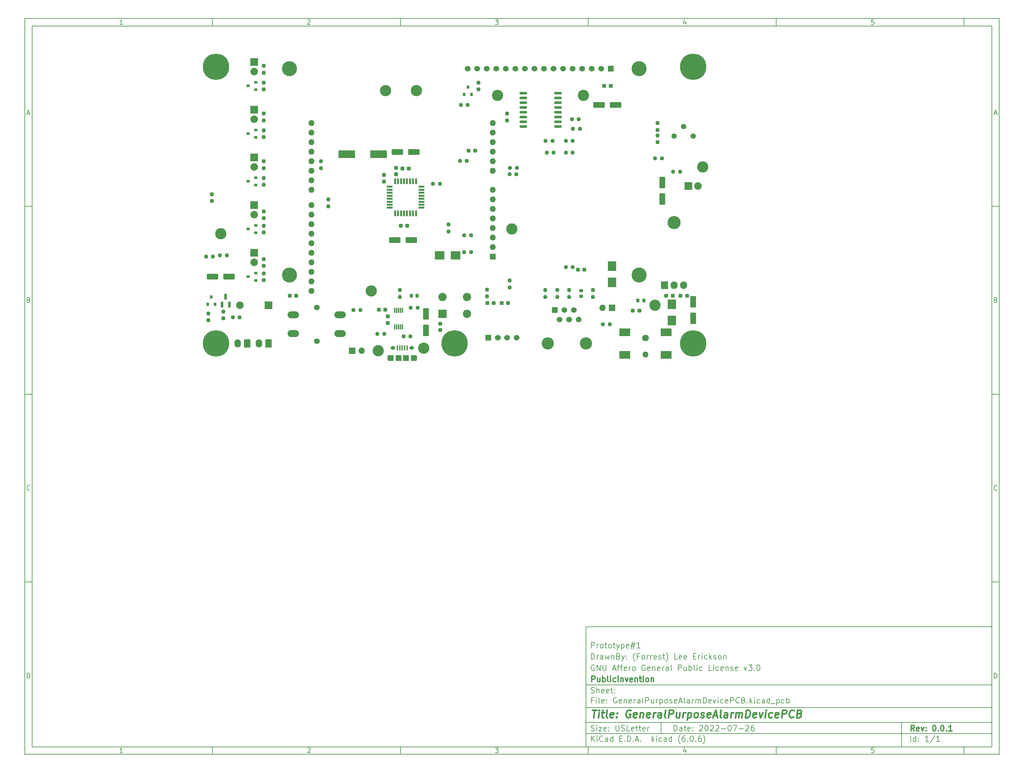
<source format=gbr>
%TF.GenerationSoftware,KiCad,Pcbnew,(6.0.6)*%
%TF.CreationDate,2023-02-28T14:07:17-05:00*%
%TF.ProjectId,GeneralPurposeAlarmDevicePCB,47656e65-7261-46c5-9075-72706f736541,0.0.1*%
%TF.SameCoordinates,Original*%
%TF.FileFunction,Soldermask,Top*%
%TF.FilePolarity,Negative*%
%FSLAX46Y46*%
G04 Gerber Fmt 4.6, Leading zero omitted, Abs format (unit mm)*
G04 Created by KiCad (PCBNEW (6.0.6)) date 2023-02-28 14:07:17*
%MOMM*%
%LPD*%
G01*
G04 APERTURE LIST*
G04 Aperture macros list*
%AMRoundRect*
0 Rectangle with rounded corners*
0 $1 Rounding radius*
0 $2 $3 $4 $5 $6 $7 $8 $9 X,Y pos of 4 corners*
0 Add a 4 corners polygon primitive as box body*
4,1,4,$2,$3,$4,$5,$6,$7,$8,$9,$2,$3,0*
0 Add four circle primitives for the rounded corners*
1,1,$1+$1,$2,$3*
1,1,$1+$1,$4,$5*
1,1,$1+$1,$6,$7*
1,1,$1+$1,$8,$9*
0 Add four rect primitives between the rounded corners*
20,1,$1+$1,$2,$3,$4,$5,0*
20,1,$1+$1,$4,$5,$6,$7,0*
20,1,$1+$1,$6,$7,$8,$9,0*
20,1,$1+$1,$8,$9,$2,$3,0*%
G04 Aperture macros list end*
%ADD10C,0.100000*%
%ADD11C,0.150000*%
%ADD12C,0.300000*%
%ADD13C,0.400000*%
%ADD14RoundRect,0.250000X1.250000X0.550000X-1.250000X0.550000X-1.250000X-0.550000X1.250000X-0.550000X0*%
%ADD15R,0.800000X0.900000*%
%ADD16RoundRect,0.070000X0.300000X-0.650000X0.300000X0.650000X-0.300000X0.650000X-0.300000X-0.650000X0*%
%ADD17RoundRect,0.237500X0.237500X-0.250000X0.237500X0.250000X-0.237500X0.250000X-0.237500X-0.250000X0*%
%ADD18RoundRect,0.237500X-0.237500X0.250000X-0.237500X-0.250000X0.237500X-0.250000X0.237500X0.250000X0*%
%ADD19RoundRect,0.237500X0.250000X0.237500X-0.250000X0.237500X-0.250000X-0.237500X0.250000X-0.237500X0*%
%ADD20RoundRect,0.237500X-0.250000X-0.237500X0.250000X-0.237500X0.250000X0.237500X-0.250000X0.237500X0*%
%ADD21RoundRect,0.237500X-0.300000X-0.237500X0.300000X-0.237500X0.300000X0.237500X-0.300000X0.237500X0*%
%ADD22RoundRect,0.150000X0.875000X0.150000X-0.875000X0.150000X-0.875000X-0.150000X0.875000X-0.150000X0*%
%ADD23RoundRect,0.250000X-1.250000X-0.550000X1.250000X-0.550000X1.250000X0.550000X-1.250000X0.550000X0*%
%ADD24RoundRect,0.237500X-0.237500X0.300000X-0.237500X-0.300000X0.237500X-0.300000X0.237500X0.300000X0*%
%ADD25RoundRect,0.237500X0.300000X0.237500X-0.300000X0.237500X-0.300000X-0.237500X0.300000X-0.237500X0*%
%ADD26R,0.300000X1.400000*%
%ADD27RoundRect,0.218750X-0.218750X-0.256250X0.218750X-0.256250X0.218750X0.256250X-0.218750X0.256250X0*%
%ADD28RoundRect,0.237500X0.237500X-0.300000X0.237500X0.300000X-0.237500X0.300000X-0.237500X-0.300000X0*%
%ADD29R,4.500000X2.000000*%
%ADD30R,0.550000X1.600000*%
%ADD31R,1.600000X0.550000*%
%ADD32RoundRect,0.237500X0.287500X0.237500X-0.287500X0.237500X-0.287500X-0.237500X0.287500X-0.237500X0*%
%ADD33C,0.800000*%
%ADD34C,7.000000*%
%ADD35R,0.900000X0.800000*%
%ADD36RoundRect,0.250000X-0.550000X1.250000X-0.550000X-1.250000X0.550000X-1.250000X0.550000X1.250000X0*%
%ADD37R,0.400000X1.350000*%
%ADD38R,1.500000X1.550000*%
%ADD39R,1.200000X1.550000*%
%ADD40O,1.250000X0.950000*%
%ADD41O,0.890000X1.550000*%
%ADD42R,2.500000X2.300000*%
%ADD43R,2.300000X2.500000*%
%ADD44RoundRect,0.250000X0.620000X0.845000X-0.620000X0.845000X-0.620000X-0.845000X0.620000X-0.845000X0*%
%ADD45O,1.740000X2.190000*%
%ADD46R,1.700000X1.700000*%
%ADD47O,1.700000X1.700000*%
%ADD48C,1.800000*%
%ADD49O,1.600000X1.600000*%
%ADD50R,3.000000X2.000000*%
%ADD51R,2.999999X2.000000*%
%ADD52RoundRect,0.218750X0.218750X0.256250X-0.218750X0.256250X-0.218750X-0.256250X0.218750X-0.256250X0*%
%ADD53C,3.250000*%
%ADD54R,1.520000X1.520000*%
%ADD55C,1.520000*%
%ADD56RoundRect,0.218750X0.256250X-0.218750X0.256250X0.218750X-0.256250X0.218750X-0.256250X-0.218750X0*%
%ADD57C,3.000000*%
%ADD58O,3.500000X3.500000*%
%ADD59R,1.905000X2.000000*%
%ADD60O,1.905000X2.000000*%
%ADD61R,1.524000X1.524000*%
%ADD62C,1.524000*%
%ADD63R,2.200000X2.200000*%
%ADD64C,2.200000*%
%ADD65R,2.000000X2.000000*%
%ADD66C,2.000000*%
%ADD67R,1.600000X1.600000*%
%ADD68C,1.440000*%
%ADD69O,3.048000X1.850000*%
%ADD70C,4.000000*%
G04 APERTURE END LIST*
D10*
D11*
X159400000Y-171900000D02*
X159400000Y-203900000D01*
X267400000Y-203900000D01*
X267400000Y-171900000D01*
X159400000Y-171900000D01*
D10*
D11*
X10000000Y-10000000D02*
X10000000Y-205900000D01*
X269400000Y-205900000D01*
X269400000Y-10000000D01*
X10000000Y-10000000D01*
D10*
D11*
X12000000Y-12000000D02*
X12000000Y-203900000D01*
X267400000Y-203900000D01*
X267400000Y-12000000D01*
X12000000Y-12000000D01*
D10*
D11*
X60000000Y-12000000D02*
X60000000Y-10000000D01*
D10*
D11*
X110000000Y-12000000D02*
X110000000Y-10000000D01*
D10*
D11*
X160000000Y-12000000D02*
X160000000Y-10000000D01*
D10*
D11*
X210000000Y-12000000D02*
X210000000Y-10000000D01*
D10*
D11*
X260000000Y-12000000D02*
X260000000Y-10000000D01*
D10*
D11*
X36065476Y-11588095D02*
X35322619Y-11588095D01*
X35694047Y-11588095D02*
X35694047Y-10288095D01*
X35570238Y-10473809D01*
X35446428Y-10597619D01*
X35322619Y-10659523D01*
D10*
D11*
X85322619Y-10411904D02*
X85384523Y-10350000D01*
X85508333Y-10288095D01*
X85817857Y-10288095D01*
X85941666Y-10350000D01*
X86003571Y-10411904D01*
X86065476Y-10535714D01*
X86065476Y-10659523D01*
X86003571Y-10845238D01*
X85260714Y-11588095D01*
X86065476Y-11588095D01*
D10*
D11*
X135260714Y-10288095D02*
X136065476Y-10288095D01*
X135632142Y-10783333D01*
X135817857Y-10783333D01*
X135941666Y-10845238D01*
X136003571Y-10907142D01*
X136065476Y-11030952D01*
X136065476Y-11340476D01*
X136003571Y-11464285D01*
X135941666Y-11526190D01*
X135817857Y-11588095D01*
X135446428Y-11588095D01*
X135322619Y-11526190D01*
X135260714Y-11464285D01*
D10*
D11*
X185941666Y-10721428D02*
X185941666Y-11588095D01*
X185632142Y-10226190D02*
X185322619Y-11154761D01*
X186127380Y-11154761D01*
D10*
D11*
X236003571Y-10288095D02*
X235384523Y-10288095D01*
X235322619Y-10907142D01*
X235384523Y-10845238D01*
X235508333Y-10783333D01*
X235817857Y-10783333D01*
X235941666Y-10845238D01*
X236003571Y-10907142D01*
X236065476Y-11030952D01*
X236065476Y-11340476D01*
X236003571Y-11464285D01*
X235941666Y-11526190D01*
X235817857Y-11588095D01*
X235508333Y-11588095D01*
X235384523Y-11526190D01*
X235322619Y-11464285D01*
D10*
D11*
X60000000Y-203900000D02*
X60000000Y-205900000D01*
D10*
D11*
X110000000Y-203900000D02*
X110000000Y-205900000D01*
D10*
D11*
X160000000Y-203900000D02*
X160000000Y-205900000D01*
D10*
D11*
X210000000Y-203900000D02*
X210000000Y-205900000D01*
D10*
D11*
X260000000Y-203900000D02*
X260000000Y-205900000D01*
D10*
D11*
X36065476Y-205488095D02*
X35322619Y-205488095D01*
X35694047Y-205488095D02*
X35694047Y-204188095D01*
X35570238Y-204373809D01*
X35446428Y-204497619D01*
X35322619Y-204559523D01*
D10*
D11*
X85322619Y-204311904D02*
X85384523Y-204250000D01*
X85508333Y-204188095D01*
X85817857Y-204188095D01*
X85941666Y-204250000D01*
X86003571Y-204311904D01*
X86065476Y-204435714D01*
X86065476Y-204559523D01*
X86003571Y-204745238D01*
X85260714Y-205488095D01*
X86065476Y-205488095D01*
D10*
D11*
X135260714Y-204188095D02*
X136065476Y-204188095D01*
X135632142Y-204683333D01*
X135817857Y-204683333D01*
X135941666Y-204745238D01*
X136003571Y-204807142D01*
X136065476Y-204930952D01*
X136065476Y-205240476D01*
X136003571Y-205364285D01*
X135941666Y-205426190D01*
X135817857Y-205488095D01*
X135446428Y-205488095D01*
X135322619Y-205426190D01*
X135260714Y-205364285D01*
D10*
D11*
X185941666Y-204621428D02*
X185941666Y-205488095D01*
X185632142Y-204126190D02*
X185322619Y-205054761D01*
X186127380Y-205054761D01*
D10*
D11*
X236003571Y-204188095D02*
X235384523Y-204188095D01*
X235322619Y-204807142D01*
X235384523Y-204745238D01*
X235508333Y-204683333D01*
X235817857Y-204683333D01*
X235941666Y-204745238D01*
X236003571Y-204807142D01*
X236065476Y-204930952D01*
X236065476Y-205240476D01*
X236003571Y-205364285D01*
X235941666Y-205426190D01*
X235817857Y-205488095D01*
X235508333Y-205488095D01*
X235384523Y-205426190D01*
X235322619Y-205364285D01*
D10*
D11*
X10000000Y-60000000D02*
X12000000Y-60000000D01*
D10*
D11*
X10000000Y-110000000D02*
X12000000Y-110000000D01*
D10*
D11*
X10000000Y-160000000D02*
X12000000Y-160000000D01*
D10*
D11*
X10690476Y-35216666D02*
X11309523Y-35216666D01*
X10566666Y-35588095D02*
X11000000Y-34288095D01*
X11433333Y-35588095D01*
D10*
D11*
X11092857Y-84907142D02*
X11278571Y-84969047D01*
X11340476Y-85030952D01*
X11402380Y-85154761D01*
X11402380Y-85340476D01*
X11340476Y-85464285D01*
X11278571Y-85526190D01*
X11154761Y-85588095D01*
X10659523Y-85588095D01*
X10659523Y-84288095D01*
X11092857Y-84288095D01*
X11216666Y-84350000D01*
X11278571Y-84411904D01*
X11340476Y-84535714D01*
X11340476Y-84659523D01*
X11278571Y-84783333D01*
X11216666Y-84845238D01*
X11092857Y-84907142D01*
X10659523Y-84907142D01*
D10*
D11*
X11402380Y-135464285D02*
X11340476Y-135526190D01*
X11154761Y-135588095D01*
X11030952Y-135588095D01*
X10845238Y-135526190D01*
X10721428Y-135402380D01*
X10659523Y-135278571D01*
X10597619Y-135030952D01*
X10597619Y-134845238D01*
X10659523Y-134597619D01*
X10721428Y-134473809D01*
X10845238Y-134350000D01*
X11030952Y-134288095D01*
X11154761Y-134288095D01*
X11340476Y-134350000D01*
X11402380Y-134411904D01*
D10*
D11*
X10659523Y-185588095D02*
X10659523Y-184288095D01*
X10969047Y-184288095D01*
X11154761Y-184350000D01*
X11278571Y-184473809D01*
X11340476Y-184597619D01*
X11402380Y-184845238D01*
X11402380Y-185030952D01*
X11340476Y-185278571D01*
X11278571Y-185402380D01*
X11154761Y-185526190D01*
X10969047Y-185588095D01*
X10659523Y-185588095D01*
D10*
D11*
X269400000Y-60000000D02*
X267400000Y-60000000D01*
D10*
D11*
X269400000Y-110000000D02*
X267400000Y-110000000D01*
D10*
D11*
X269400000Y-160000000D02*
X267400000Y-160000000D01*
D10*
D11*
X268090476Y-35216666D02*
X268709523Y-35216666D01*
X267966666Y-35588095D02*
X268400000Y-34288095D01*
X268833333Y-35588095D01*
D10*
D11*
X268492857Y-84907142D02*
X268678571Y-84969047D01*
X268740476Y-85030952D01*
X268802380Y-85154761D01*
X268802380Y-85340476D01*
X268740476Y-85464285D01*
X268678571Y-85526190D01*
X268554761Y-85588095D01*
X268059523Y-85588095D01*
X268059523Y-84288095D01*
X268492857Y-84288095D01*
X268616666Y-84350000D01*
X268678571Y-84411904D01*
X268740476Y-84535714D01*
X268740476Y-84659523D01*
X268678571Y-84783333D01*
X268616666Y-84845238D01*
X268492857Y-84907142D01*
X268059523Y-84907142D01*
D10*
D11*
X268802380Y-135464285D02*
X268740476Y-135526190D01*
X268554761Y-135588095D01*
X268430952Y-135588095D01*
X268245238Y-135526190D01*
X268121428Y-135402380D01*
X268059523Y-135278571D01*
X267997619Y-135030952D01*
X267997619Y-134845238D01*
X268059523Y-134597619D01*
X268121428Y-134473809D01*
X268245238Y-134350000D01*
X268430952Y-134288095D01*
X268554761Y-134288095D01*
X268740476Y-134350000D01*
X268802380Y-134411904D01*
D10*
D11*
X268059523Y-185588095D02*
X268059523Y-184288095D01*
X268369047Y-184288095D01*
X268554761Y-184350000D01*
X268678571Y-184473809D01*
X268740476Y-184597619D01*
X268802380Y-184845238D01*
X268802380Y-185030952D01*
X268740476Y-185278571D01*
X268678571Y-185402380D01*
X268554761Y-185526190D01*
X268369047Y-185588095D01*
X268059523Y-185588095D01*
D10*
D11*
X182832142Y-199678571D02*
X182832142Y-198178571D01*
X183189285Y-198178571D01*
X183403571Y-198250000D01*
X183546428Y-198392857D01*
X183617857Y-198535714D01*
X183689285Y-198821428D01*
X183689285Y-199035714D01*
X183617857Y-199321428D01*
X183546428Y-199464285D01*
X183403571Y-199607142D01*
X183189285Y-199678571D01*
X182832142Y-199678571D01*
X184975000Y-199678571D02*
X184975000Y-198892857D01*
X184903571Y-198750000D01*
X184760714Y-198678571D01*
X184475000Y-198678571D01*
X184332142Y-198750000D01*
X184975000Y-199607142D02*
X184832142Y-199678571D01*
X184475000Y-199678571D01*
X184332142Y-199607142D01*
X184260714Y-199464285D01*
X184260714Y-199321428D01*
X184332142Y-199178571D01*
X184475000Y-199107142D01*
X184832142Y-199107142D01*
X184975000Y-199035714D01*
X185475000Y-198678571D02*
X186046428Y-198678571D01*
X185689285Y-198178571D02*
X185689285Y-199464285D01*
X185760714Y-199607142D01*
X185903571Y-199678571D01*
X186046428Y-199678571D01*
X187117857Y-199607142D02*
X186975000Y-199678571D01*
X186689285Y-199678571D01*
X186546428Y-199607142D01*
X186475000Y-199464285D01*
X186475000Y-198892857D01*
X186546428Y-198750000D01*
X186689285Y-198678571D01*
X186975000Y-198678571D01*
X187117857Y-198750000D01*
X187189285Y-198892857D01*
X187189285Y-199035714D01*
X186475000Y-199178571D01*
X187832142Y-199535714D02*
X187903571Y-199607142D01*
X187832142Y-199678571D01*
X187760714Y-199607142D01*
X187832142Y-199535714D01*
X187832142Y-199678571D01*
X187832142Y-198750000D02*
X187903571Y-198821428D01*
X187832142Y-198892857D01*
X187760714Y-198821428D01*
X187832142Y-198750000D01*
X187832142Y-198892857D01*
X189617857Y-198321428D02*
X189689285Y-198250000D01*
X189832142Y-198178571D01*
X190189285Y-198178571D01*
X190332142Y-198250000D01*
X190403571Y-198321428D01*
X190475000Y-198464285D01*
X190475000Y-198607142D01*
X190403571Y-198821428D01*
X189546428Y-199678571D01*
X190475000Y-199678571D01*
X191403571Y-198178571D02*
X191546428Y-198178571D01*
X191689285Y-198250000D01*
X191760714Y-198321428D01*
X191832142Y-198464285D01*
X191903571Y-198750000D01*
X191903571Y-199107142D01*
X191832142Y-199392857D01*
X191760714Y-199535714D01*
X191689285Y-199607142D01*
X191546428Y-199678571D01*
X191403571Y-199678571D01*
X191260714Y-199607142D01*
X191189285Y-199535714D01*
X191117857Y-199392857D01*
X191046428Y-199107142D01*
X191046428Y-198750000D01*
X191117857Y-198464285D01*
X191189285Y-198321428D01*
X191260714Y-198250000D01*
X191403571Y-198178571D01*
X192475000Y-198321428D02*
X192546428Y-198250000D01*
X192689285Y-198178571D01*
X193046428Y-198178571D01*
X193189285Y-198250000D01*
X193260714Y-198321428D01*
X193332142Y-198464285D01*
X193332142Y-198607142D01*
X193260714Y-198821428D01*
X192403571Y-199678571D01*
X193332142Y-199678571D01*
X193903571Y-198321428D02*
X193975000Y-198250000D01*
X194117857Y-198178571D01*
X194475000Y-198178571D01*
X194617857Y-198250000D01*
X194689285Y-198321428D01*
X194760714Y-198464285D01*
X194760714Y-198607142D01*
X194689285Y-198821428D01*
X193832142Y-199678571D01*
X194760714Y-199678571D01*
X195403571Y-199107142D02*
X196546428Y-199107142D01*
X197546428Y-198178571D02*
X197689285Y-198178571D01*
X197832142Y-198250000D01*
X197903571Y-198321428D01*
X197975000Y-198464285D01*
X198046428Y-198750000D01*
X198046428Y-199107142D01*
X197975000Y-199392857D01*
X197903571Y-199535714D01*
X197832142Y-199607142D01*
X197689285Y-199678571D01*
X197546428Y-199678571D01*
X197403571Y-199607142D01*
X197332142Y-199535714D01*
X197260714Y-199392857D01*
X197189285Y-199107142D01*
X197189285Y-198750000D01*
X197260714Y-198464285D01*
X197332142Y-198321428D01*
X197403571Y-198250000D01*
X197546428Y-198178571D01*
X198546428Y-198178571D02*
X199546428Y-198178571D01*
X198903571Y-199678571D01*
X200117857Y-199107142D02*
X201260714Y-199107142D01*
X201903571Y-198321428D02*
X201975000Y-198250000D01*
X202117857Y-198178571D01*
X202475000Y-198178571D01*
X202617857Y-198250000D01*
X202689285Y-198321428D01*
X202760714Y-198464285D01*
X202760714Y-198607142D01*
X202689285Y-198821428D01*
X201832142Y-199678571D01*
X202760714Y-199678571D01*
X204046428Y-198178571D02*
X203760714Y-198178571D01*
X203617857Y-198250000D01*
X203546428Y-198321428D01*
X203403571Y-198535714D01*
X203332142Y-198821428D01*
X203332142Y-199392857D01*
X203403571Y-199535714D01*
X203475000Y-199607142D01*
X203617857Y-199678571D01*
X203903571Y-199678571D01*
X204046428Y-199607142D01*
X204117857Y-199535714D01*
X204189285Y-199392857D01*
X204189285Y-199035714D01*
X204117857Y-198892857D01*
X204046428Y-198821428D01*
X203903571Y-198750000D01*
X203617857Y-198750000D01*
X203475000Y-198821428D01*
X203403571Y-198892857D01*
X203332142Y-199035714D01*
D10*
D11*
X159400000Y-200400000D02*
X267400000Y-200400000D01*
D10*
D11*
X160832142Y-202478571D02*
X160832142Y-200978571D01*
X161689285Y-202478571D02*
X161046428Y-201621428D01*
X161689285Y-200978571D02*
X160832142Y-201835714D01*
X162332142Y-202478571D02*
X162332142Y-201478571D01*
X162332142Y-200978571D02*
X162260714Y-201050000D01*
X162332142Y-201121428D01*
X162403571Y-201050000D01*
X162332142Y-200978571D01*
X162332142Y-201121428D01*
X163903571Y-202335714D02*
X163832142Y-202407142D01*
X163617857Y-202478571D01*
X163475000Y-202478571D01*
X163260714Y-202407142D01*
X163117857Y-202264285D01*
X163046428Y-202121428D01*
X162975000Y-201835714D01*
X162975000Y-201621428D01*
X163046428Y-201335714D01*
X163117857Y-201192857D01*
X163260714Y-201050000D01*
X163475000Y-200978571D01*
X163617857Y-200978571D01*
X163832142Y-201050000D01*
X163903571Y-201121428D01*
X165189285Y-202478571D02*
X165189285Y-201692857D01*
X165117857Y-201550000D01*
X164975000Y-201478571D01*
X164689285Y-201478571D01*
X164546428Y-201550000D01*
X165189285Y-202407142D02*
X165046428Y-202478571D01*
X164689285Y-202478571D01*
X164546428Y-202407142D01*
X164475000Y-202264285D01*
X164475000Y-202121428D01*
X164546428Y-201978571D01*
X164689285Y-201907142D01*
X165046428Y-201907142D01*
X165189285Y-201835714D01*
X166546428Y-202478571D02*
X166546428Y-200978571D01*
X166546428Y-202407142D02*
X166403571Y-202478571D01*
X166117857Y-202478571D01*
X165975000Y-202407142D01*
X165903571Y-202335714D01*
X165832142Y-202192857D01*
X165832142Y-201764285D01*
X165903571Y-201621428D01*
X165975000Y-201550000D01*
X166117857Y-201478571D01*
X166403571Y-201478571D01*
X166546428Y-201550000D01*
X168403571Y-201692857D02*
X168903571Y-201692857D01*
X169117857Y-202478571D02*
X168403571Y-202478571D01*
X168403571Y-200978571D01*
X169117857Y-200978571D01*
X169760714Y-202335714D02*
X169832142Y-202407142D01*
X169760714Y-202478571D01*
X169689285Y-202407142D01*
X169760714Y-202335714D01*
X169760714Y-202478571D01*
X170475000Y-202478571D02*
X170475000Y-200978571D01*
X170832142Y-200978571D01*
X171046428Y-201050000D01*
X171189285Y-201192857D01*
X171260714Y-201335714D01*
X171332142Y-201621428D01*
X171332142Y-201835714D01*
X171260714Y-202121428D01*
X171189285Y-202264285D01*
X171046428Y-202407142D01*
X170832142Y-202478571D01*
X170475000Y-202478571D01*
X171975000Y-202335714D02*
X172046428Y-202407142D01*
X171975000Y-202478571D01*
X171903571Y-202407142D01*
X171975000Y-202335714D01*
X171975000Y-202478571D01*
X172617857Y-202050000D02*
X173332142Y-202050000D01*
X172475000Y-202478571D02*
X172975000Y-200978571D01*
X173475000Y-202478571D01*
X173975000Y-202335714D02*
X174046428Y-202407142D01*
X173975000Y-202478571D01*
X173903571Y-202407142D01*
X173975000Y-202335714D01*
X173975000Y-202478571D01*
X176975000Y-202478571D02*
X176975000Y-200978571D01*
X177117857Y-201907142D02*
X177546428Y-202478571D01*
X177546428Y-201478571D02*
X176975000Y-202050000D01*
X178189285Y-202478571D02*
X178189285Y-201478571D01*
X178189285Y-200978571D02*
X178117857Y-201050000D01*
X178189285Y-201121428D01*
X178260714Y-201050000D01*
X178189285Y-200978571D01*
X178189285Y-201121428D01*
X179546428Y-202407142D02*
X179403571Y-202478571D01*
X179117857Y-202478571D01*
X178975000Y-202407142D01*
X178903571Y-202335714D01*
X178832142Y-202192857D01*
X178832142Y-201764285D01*
X178903571Y-201621428D01*
X178975000Y-201550000D01*
X179117857Y-201478571D01*
X179403571Y-201478571D01*
X179546428Y-201550000D01*
X180832142Y-202478571D02*
X180832142Y-201692857D01*
X180760714Y-201550000D01*
X180617857Y-201478571D01*
X180332142Y-201478571D01*
X180189285Y-201550000D01*
X180832142Y-202407142D02*
X180689285Y-202478571D01*
X180332142Y-202478571D01*
X180189285Y-202407142D01*
X180117857Y-202264285D01*
X180117857Y-202121428D01*
X180189285Y-201978571D01*
X180332142Y-201907142D01*
X180689285Y-201907142D01*
X180832142Y-201835714D01*
X182189285Y-202478571D02*
X182189285Y-200978571D01*
X182189285Y-202407142D02*
X182046428Y-202478571D01*
X181760714Y-202478571D01*
X181617857Y-202407142D01*
X181546428Y-202335714D01*
X181475000Y-202192857D01*
X181475000Y-201764285D01*
X181546428Y-201621428D01*
X181617857Y-201550000D01*
X181760714Y-201478571D01*
X182046428Y-201478571D01*
X182189285Y-201550000D01*
X184475000Y-203050000D02*
X184403571Y-202978571D01*
X184260714Y-202764285D01*
X184189285Y-202621428D01*
X184117857Y-202407142D01*
X184046428Y-202050000D01*
X184046428Y-201764285D01*
X184117857Y-201407142D01*
X184189285Y-201192857D01*
X184260714Y-201050000D01*
X184403571Y-200835714D01*
X184475000Y-200764285D01*
X185689285Y-200978571D02*
X185403571Y-200978571D01*
X185260714Y-201050000D01*
X185189285Y-201121428D01*
X185046428Y-201335714D01*
X184975000Y-201621428D01*
X184975000Y-202192857D01*
X185046428Y-202335714D01*
X185117857Y-202407142D01*
X185260714Y-202478571D01*
X185546428Y-202478571D01*
X185689285Y-202407142D01*
X185760714Y-202335714D01*
X185832142Y-202192857D01*
X185832142Y-201835714D01*
X185760714Y-201692857D01*
X185689285Y-201621428D01*
X185546428Y-201550000D01*
X185260714Y-201550000D01*
X185117857Y-201621428D01*
X185046428Y-201692857D01*
X184975000Y-201835714D01*
X186475000Y-202335714D02*
X186546428Y-202407142D01*
X186475000Y-202478571D01*
X186403571Y-202407142D01*
X186475000Y-202335714D01*
X186475000Y-202478571D01*
X187475000Y-200978571D02*
X187617857Y-200978571D01*
X187760714Y-201050000D01*
X187832142Y-201121428D01*
X187903571Y-201264285D01*
X187975000Y-201550000D01*
X187975000Y-201907142D01*
X187903571Y-202192857D01*
X187832142Y-202335714D01*
X187760714Y-202407142D01*
X187617857Y-202478571D01*
X187475000Y-202478571D01*
X187332142Y-202407142D01*
X187260714Y-202335714D01*
X187189285Y-202192857D01*
X187117857Y-201907142D01*
X187117857Y-201550000D01*
X187189285Y-201264285D01*
X187260714Y-201121428D01*
X187332142Y-201050000D01*
X187475000Y-200978571D01*
X188617857Y-202335714D02*
X188689285Y-202407142D01*
X188617857Y-202478571D01*
X188546428Y-202407142D01*
X188617857Y-202335714D01*
X188617857Y-202478571D01*
X189975000Y-200978571D02*
X189689285Y-200978571D01*
X189546428Y-201050000D01*
X189475000Y-201121428D01*
X189332142Y-201335714D01*
X189260714Y-201621428D01*
X189260714Y-202192857D01*
X189332142Y-202335714D01*
X189403571Y-202407142D01*
X189546428Y-202478571D01*
X189832142Y-202478571D01*
X189975000Y-202407142D01*
X190046428Y-202335714D01*
X190117857Y-202192857D01*
X190117857Y-201835714D01*
X190046428Y-201692857D01*
X189975000Y-201621428D01*
X189832142Y-201550000D01*
X189546428Y-201550000D01*
X189403571Y-201621428D01*
X189332142Y-201692857D01*
X189260714Y-201835714D01*
X190617857Y-203050000D02*
X190689285Y-202978571D01*
X190832142Y-202764285D01*
X190903571Y-202621428D01*
X190975000Y-202407142D01*
X191046428Y-202050000D01*
X191046428Y-201764285D01*
X190975000Y-201407142D01*
X190903571Y-201192857D01*
X190832142Y-201050000D01*
X190689285Y-200835714D01*
X190617857Y-200764285D01*
D10*
D11*
X159400000Y-197400000D02*
X267400000Y-197400000D01*
D10*
D12*
X246809285Y-199678571D02*
X246309285Y-198964285D01*
X245952142Y-199678571D02*
X245952142Y-198178571D01*
X246523571Y-198178571D01*
X246666428Y-198250000D01*
X246737857Y-198321428D01*
X246809285Y-198464285D01*
X246809285Y-198678571D01*
X246737857Y-198821428D01*
X246666428Y-198892857D01*
X246523571Y-198964285D01*
X245952142Y-198964285D01*
X248023571Y-199607142D02*
X247880714Y-199678571D01*
X247595000Y-199678571D01*
X247452142Y-199607142D01*
X247380714Y-199464285D01*
X247380714Y-198892857D01*
X247452142Y-198750000D01*
X247595000Y-198678571D01*
X247880714Y-198678571D01*
X248023571Y-198750000D01*
X248095000Y-198892857D01*
X248095000Y-199035714D01*
X247380714Y-199178571D01*
X248595000Y-198678571D02*
X248952142Y-199678571D01*
X249309285Y-198678571D01*
X249880714Y-199535714D02*
X249952142Y-199607142D01*
X249880714Y-199678571D01*
X249809285Y-199607142D01*
X249880714Y-199535714D01*
X249880714Y-199678571D01*
X249880714Y-198750000D02*
X249952142Y-198821428D01*
X249880714Y-198892857D01*
X249809285Y-198821428D01*
X249880714Y-198750000D01*
X249880714Y-198892857D01*
X252023571Y-198178571D02*
X252166428Y-198178571D01*
X252309285Y-198250000D01*
X252380714Y-198321428D01*
X252452142Y-198464285D01*
X252523571Y-198750000D01*
X252523571Y-199107142D01*
X252452142Y-199392857D01*
X252380714Y-199535714D01*
X252309285Y-199607142D01*
X252166428Y-199678571D01*
X252023571Y-199678571D01*
X251880714Y-199607142D01*
X251809285Y-199535714D01*
X251737857Y-199392857D01*
X251666428Y-199107142D01*
X251666428Y-198750000D01*
X251737857Y-198464285D01*
X251809285Y-198321428D01*
X251880714Y-198250000D01*
X252023571Y-198178571D01*
X253166428Y-199535714D02*
X253237857Y-199607142D01*
X253166428Y-199678571D01*
X253095000Y-199607142D01*
X253166428Y-199535714D01*
X253166428Y-199678571D01*
X254166428Y-198178571D02*
X254309285Y-198178571D01*
X254452142Y-198250000D01*
X254523571Y-198321428D01*
X254595000Y-198464285D01*
X254666428Y-198750000D01*
X254666428Y-199107142D01*
X254595000Y-199392857D01*
X254523571Y-199535714D01*
X254452142Y-199607142D01*
X254309285Y-199678571D01*
X254166428Y-199678571D01*
X254023571Y-199607142D01*
X253952142Y-199535714D01*
X253880714Y-199392857D01*
X253809285Y-199107142D01*
X253809285Y-198750000D01*
X253880714Y-198464285D01*
X253952142Y-198321428D01*
X254023571Y-198250000D01*
X254166428Y-198178571D01*
X255309285Y-199535714D02*
X255380714Y-199607142D01*
X255309285Y-199678571D01*
X255237857Y-199607142D01*
X255309285Y-199535714D01*
X255309285Y-199678571D01*
X256809285Y-199678571D02*
X255952142Y-199678571D01*
X256380714Y-199678571D02*
X256380714Y-198178571D01*
X256237857Y-198392857D01*
X256095000Y-198535714D01*
X255952142Y-198607142D01*
D10*
D11*
X160760714Y-199607142D02*
X160975000Y-199678571D01*
X161332142Y-199678571D01*
X161475000Y-199607142D01*
X161546428Y-199535714D01*
X161617857Y-199392857D01*
X161617857Y-199250000D01*
X161546428Y-199107142D01*
X161475000Y-199035714D01*
X161332142Y-198964285D01*
X161046428Y-198892857D01*
X160903571Y-198821428D01*
X160832142Y-198750000D01*
X160760714Y-198607142D01*
X160760714Y-198464285D01*
X160832142Y-198321428D01*
X160903571Y-198250000D01*
X161046428Y-198178571D01*
X161403571Y-198178571D01*
X161617857Y-198250000D01*
X162260714Y-199678571D02*
X162260714Y-198678571D01*
X162260714Y-198178571D02*
X162189285Y-198250000D01*
X162260714Y-198321428D01*
X162332142Y-198250000D01*
X162260714Y-198178571D01*
X162260714Y-198321428D01*
X162832142Y-198678571D02*
X163617857Y-198678571D01*
X162832142Y-199678571D01*
X163617857Y-199678571D01*
X164760714Y-199607142D02*
X164617857Y-199678571D01*
X164332142Y-199678571D01*
X164189285Y-199607142D01*
X164117857Y-199464285D01*
X164117857Y-198892857D01*
X164189285Y-198750000D01*
X164332142Y-198678571D01*
X164617857Y-198678571D01*
X164760714Y-198750000D01*
X164832142Y-198892857D01*
X164832142Y-199035714D01*
X164117857Y-199178571D01*
X165475000Y-199535714D02*
X165546428Y-199607142D01*
X165475000Y-199678571D01*
X165403571Y-199607142D01*
X165475000Y-199535714D01*
X165475000Y-199678571D01*
X165475000Y-198750000D02*
X165546428Y-198821428D01*
X165475000Y-198892857D01*
X165403571Y-198821428D01*
X165475000Y-198750000D01*
X165475000Y-198892857D01*
X167332142Y-198178571D02*
X167332142Y-199392857D01*
X167403571Y-199535714D01*
X167475000Y-199607142D01*
X167617857Y-199678571D01*
X167903571Y-199678571D01*
X168046428Y-199607142D01*
X168117857Y-199535714D01*
X168189285Y-199392857D01*
X168189285Y-198178571D01*
X168832142Y-199607142D02*
X169046428Y-199678571D01*
X169403571Y-199678571D01*
X169546428Y-199607142D01*
X169617857Y-199535714D01*
X169689285Y-199392857D01*
X169689285Y-199250000D01*
X169617857Y-199107142D01*
X169546428Y-199035714D01*
X169403571Y-198964285D01*
X169117857Y-198892857D01*
X168975000Y-198821428D01*
X168903571Y-198750000D01*
X168832142Y-198607142D01*
X168832142Y-198464285D01*
X168903571Y-198321428D01*
X168975000Y-198250000D01*
X169117857Y-198178571D01*
X169475000Y-198178571D01*
X169689285Y-198250000D01*
X171046428Y-199678571D02*
X170332142Y-199678571D01*
X170332142Y-198178571D01*
X172117857Y-199607142D02*
X171975000Y-199678571D01*
X171689285Y-199678571D01*
X171546428Y-199607142D01*
X171475000Y-199464285D01*
X171475000Y-198892857D01*
X171546428Y-198750000D01*
X171689285Y-198678571D01*
X171975000Y-198678571D01*
X172117857Y-198750000D01*
X172189285Y-198892857D01*
X172189285Y-199035714D01*
X171475000Y-199178571D01*
X172617857Y-198678571D02*
X173189285Y-198678571D01*
X172832142Y-198178571D02*
X172832142Y-199464285D01*
X172903571Y-199607142D01*
X173046428Y-199678571D01*
X173189285Y-199678571D01*
X173475000Y-198678571D02*
X174046428Y-198678571D01*
X173689285Y-198178571D02*
X173689285Y-199464285D01*
X173760714Y-199607142D01*
X173903571Y-199678571D01*
X174046428Y-199678571D01*
X175117857Y-199607142D02*
X174975000Y-199678571D01*
X174689285Y-199678571D01*
X174546428Y-199607142D01*
X174475000Y-199464285D01*
X174475000Y-198892857D01*
X174546428Y-198750000D01*
X174689285Y-198678571D01*
X174975000Y-198678571D01*
X175117857Y-198750000D01*
X175189285Y-198892857D01*
X175189285Y-199035714D01*
X174475000Y-199178571D01*
X175832142Y-199678571D02*
X175832142Y-198678571D01*
X175832142Y-198964285D02*
X175903571Y-198821428D01*
X175975000Y-198750000D01*
X176117857Y-198678571D01*
X176260714Y-198678571D01*
D10*
D11*
X245832142Y-202478571D02*
X245832142Y-200978571D01*
X247189285Y-202478571D02*
X247189285Y-200978571D01*
X247189285Y-202407142D02*
X247046428Y-202478571D01*
X246760714Y-202478571D01*
X246617857Y-202407142D01*
X246546428Y-202335714D01*
X246475000Y-202192857D01*
X246475000Y-201764285D01*
X246546428Y-201621428D01*
X246617857Y-201550000D01*
X246760714Y-201478571D01*
X247046428Y-201478571D01*
X247189285Y-201550000D01*
X247903571Y-202335714D02*
X247975000Y-202407142D01*
X247903571Y-202478571D01*
X247832142Y-202407142D01*
X247903571Y-202335714D01*
X247903571Y-202478571D01*
X247903571Y-201550000D02*
X247975000Y-201621428D01*
X247903571Y-201692857D01*
X247832142Y-201621428D01*
X247903571Y-201550000D01*
X247903571Y-201692857D01*
X250546428Y-202478571D02*
X249689285Y-202478571D01*
X250117857Y-202478571D02*
X250117857Y-200978571D01*
X249975000Y-201192857D01*
X249832142Y-201335714D01*
X249689285Y-201407142D01*
X252260714Y-200907142D02*
X250975000Y-202835714D01*
X253546428Y-202478571D02*
X252689285Y-202478571D01*
X253117857Y-202478571D02*
X253117857Y-200978571D01*
X252975000Y-201192857D01*
X252832142Y-201335714D01*
X252689285Y-201407142D01*
D10*
D11*
X159400000Y-193400000D02*
X267400000Y-193400000D01*
D10*
D13*
X161112380Y-194104761D02*
X162255238Y-194104761D01*
X161433809Y-196104761D02*
X161683809Y-194104761D01*
X162671904Y-196104761D02*
X162838571Y-194771428D01*
X162921904Y-194104761D02*
X162814761Y-194200000D01*
X162898095Y-194295238D01*
X163005238Y-194200000D01*
X162921904Y-194104761D01*
X162898095Y-194295238D01*
X163505238Y-194771428D02*
X164267142Y-194771428D01*
X163874285Y-194104761D02*
X163660000Y-195819047D01*
X163731428Y-196009523D01*
X163910000Y-196104761D01*
X164100476Y-196104761D01*
X165052857Y-196104761D02*
X164874285Y-196009523D01*
X164802857Y-195819047D01*
X165017142Y-194104761D01*
X166588571Y-196009523D02*
X166386190Y-196104761D01*
X166005238Y-196104761D01*
X165826666Y-196009523D01*
X165755238Y-195819047D01*
X165850476Y-195057142D01*
X165969523Y-194866666D01*
X166171904Y-194771428D01*
X166552857Y-194771428D01*
X166731428Y-194866666D01*
X166802857Y-195057142D01*
X166779047Y-195247619D01*
X165802857Y-195438095D01*
X167552857Y-195914285D02*
X167636190Y-196009523D01*
X167529047Y-196104761D01*
X167445714Y-196009523D01*
X167552857Y-195914285D01*
X167529047Y-196104761D01*
X167683809Y-194866666D02*
X167767142Y-194961904D01*
X167660000Y-195057142D01*
X167576666Y-194961904D01*
X167683809Y-194866666D01*
X167660000Y-195057142D01*
X171290952Y-194200000D02*
X171112380Y-194104761D01*
X170826666Y-194104761D01*
X170529047Y-194200000D01*
X170314761Y-194390476D01*
X170195714Y-194580952D01*
X170052857Y-194961904D01*
X170017142Y-195247619D01*
X170064761Y-195628571D01*
X170136190Y-195819047D01*
X170302857Y-196009523D01*
X170576666Y-196104761D01*
X170767142Y-196104761D01*
X171064761Y-196009523D01*
X171171904Y-195914285D01*
X171255238Y-195247619D01*
X170874285Y-195247619D01*
X172779047Y-196009523D02*
X172576666Y-196104761D01*
X172195714Y-196104761D01*
X172017142Y-196009523D01*
X171945714Y-195819047D01*
X172040952Y-195057142D01*
X172160000Y-194866666D01*
X172362380Y-194771428D01*
X172743333Y-194771428D01*
X172921904Y-194866666D01*
X172993333Y-195057142D01*
X172969523Y-195247619D01*
X171993333Y-195438095D01*
X173886190Y-194771428D02*
X173719523Y-196104761D01*
X173862380Y-194961904D02*
X173969523Y-194866666D01*
X174171904Y-194771428D01*
X174457619Y-194771428D01*
X174636190Y-194866666D01*
X174707619Y-195057142D01*
X174576666Y-196104761D01*
X176302857Y-196009523D02*
X176100476Y-196104761D01*
X175719523Y-196104761D01*
X175540952Y-196009523D01*
X175469523Y-195819047D01*
X175564761Y-195057142D01*
X175683809Y-194866666D01*
X175886190Y-194771428D01*
X176267142Y-194771428D01*
X176445714Y-194866666D01*
X176517142Y-195057142D01*
X176493333Y-195247619D01*
X175517142Y-195438095D01*
X177243333Y-196104761D02*
X177410000Y-194771428D01*
X177362380Y-195152380D02*
X177481428Y-194961904D01*
X177588571Y-194866666D01*
X177790952Y-194771428D01*
X177981428Y-194771428D01*
X179338571Y-196104761D02*
X179469523Y-195057142D01*
X179398095Y-194866666D01*
X179219523Y-194771428D01*
X178838571Y-194771428D01*
X178636190Y-194866666D01*
X179350476Y-196009523D02*
X179148095Y-196104761D01*
X178671904Y-196104761D01*
X178493333Y-196009523D01*
X178421904Y-195819047D01*
X178445714Y-195628571D01*
X178564761Y-195438095D01*
X178767142Y-195342857D01*
X179243333Y-195342857D01*
X179445714Y-195247619D01*
X180576666Y-196104761D02*
X180398095Y-196009523D01*
X180326666Y-195819047D01*
X180540952Y-194104761D01*
X181338571Y-196104761D02*
X181588571Y-194104761D01*
X182350476Y-194104761D01*
X182529047Y-194200000D01*
X182612380Y-194295238D01*
X182683809Y-194485714D01*
X182648095Y-194771428D01*
X182529047Y-194961904D01*
X182421904Y-195057142D01*
X182219523Y-195152380D01*
X181457619Y-195152380D01*
X184362380Y-194771428D02*
X184195714Y-196104761D01*
X183505238Y-194771428D02*
X183374285Y-195819047D01*
X183445714Y-196009523D01*
X183624285Y-196104761D01*
X183910000Y-196104761D01*
X184112380Y-196009523D01*
X184219523Y-195914285D01*
X185148095Y-196104761D02*
X185314761Y-194771428D01*
X185267142Y-195152380D02*
X185386190Y-194961904D01*
X185493333Y-194866666D01*
X185695714Y-194771428D01*
X185886190Y-194771428D01*
X186552857Y-194771428D02*
X186302857Y-196771428D01*
X186540952Y-194866666D02*
X186743333Y-194771428D01*
X187124285Y-194771428D01*
X187302857Y-194866666D01*
X187386190Y-194961904D01*
X187457619Y-195152380D01*
X187386190Y-195723809D01*
X187267142Y-195914285D01*
X187160000Y-196009523D01*
X186957619Y-196104761D01*
X186576666Y-196104761D01*
X186398095Y-196009523D01*
X188481428Y-196104761D02*
X188302857Y-196009523D01*
X188219523Y-195914285D01*
X188148095Y-195723809D01*
X188219523Y-195152380D01*
X188338571Y-194961904D01*
X188445714Y-194866666D01*
X188648095Y-194771428D01*
X188933809Y-194771428D01*
X189112380Y-194866666D01*
X189195714Y-194961904D01*
X189267142Y-195152380D01*
X189195714Y-195723809D01*
X189076666Y-195914285D01*
X188969523Y-196009523D01*
X188767142Y-196104761D01*
X188481428Y-196104761D01*
X189921904Y-196009523D02*
X190100476Y-196104761D01*
X190481428Y-196104761D01*
X190683809Y-196009523D01*
X190802857Y-195819047D01*
X190814761Y-195723809D01*
X190743333Y-195533333D01*
X190564761Y-195438095D01*
X190279047Y-195438095D01*
X190100476Y-195342857D01*
X190029047Y-195152380D01*
X190040952Y-195057142D01*
X190160000Y-194866666D01*
X190362380Y-194771428D01*
X190648095Y-194771428D01*
X190826666Y-194866666D01*
X192398095Y-196009523D02*
X192195714Y-196104761D01*
X191814761Y-196104761D01*
X191636190Y-196009523D01*
X191564761Y-195819047D01*
X191660000Y-195057142D01*
X191779047Y-194866666D01*
X191981428Y-194771428D01*
X192362380Y-194771428D01*
X192540952Y-194866666D01*
X192612380Y-195057142D01*
X192588571Y-195247619D01*
X191612380Y-195438095D01*
X193314761Y-195533333D02*
X194267142Y-195533333D01*
X193052857Y-196104761D02*
X193969523Y-194104761D01*
X194386190Y-196104761D01*
X195338571Y-196104761D02*
X195160000Y-196009523D01*
X195088571Y-195819047D01*
X195302857Y-194104761D01*
X196957619Y-196104761D02*
X197088571Y-195057142D01*
X197017142Y-194866666D01*
X196838571Y-194771428D01*
X196457619Y-194771428D01*
X196255238Y-194866666D01*
X196969523Y-196009523D02*
X196767142Y-196104761D01*
X196290952Y-196104761D01*
X196112380Y-196009523D01*
X196040952Y-195819047D01*
X196064761Y-195628571D01*
X196183809Y-195438095D01*
X196386190Y-195342857D01*
X196862380Y-195342857D01*
X197064761Y-195247619D01*
X197910000Y-196104761D02*
X198076666Y-194771428D01*
X198029047Y-195152380D02*
X198148095Y-194961904D01*
X198255238Y-194866666D01*
X198457619Y-194771428D01*
X198648095Y-194771428D01*
X199148095Y-196104761D02*
X199314761Y-194771428D01*
X199290952Y-194961904D02*
X199398095Y-194866666D01*
X199600476Y-194771428D01*
X199886190Y-194771428D01*
X200064761Y-194866666D01*
X200136190Y-195057142D01*
X200005238Y-196104761D01*
X200136190Y-195057142D02*
X200255238Y-194866666D01*
X200457619Y-194771428D01*
X200743333Y-194771428D01*
X200921904Y-194866666D01*
X200993333Y-195057142D01*
X200862380Y-196104761D01*
X201814761Y-196104761D02*
X202064761Y-194104761D01*
X202540952Y-194104761D01*
X202814761Y-194200000D01*
X202981428Y-194390476D01*
X203052857Y-194580952D01*
X203100476Y-194961904D01*
X203064761Y-195247619D01*
X202921904Y-195628571D01*
X202802857Y-195819047D01*
X202588571Y-196009523D01*
X202290952Y-196104761D01*
X201814761Y-196104761D01*
X204588571Y-196009523D02*
X204386190Y-196104761D01*
X204005238Y-196104761D01*
X203826666Y-196009523D01*
X203755238Y-195819047D01*
X203850476Y-195057142D01*
X203969523Y-194866666D01*
X204171904Y-194771428D01*
X204552857Y-194771428D01*
X204731428Y-194866666D01*
X204802857Y-195057142D01*
X204779047Y-195247619D01*
X203802857Y-195438095D01*
X205505238Y-194771428D02*
X205814761Y-196104761D01*
X206457619Y-194771428D01*
X207052857Y-196104761D02*
X207219523Y-194771428D01*
X207302857Y-194104761D02*
X207195714Y-194200000D01*
X207279047Y-194295238D01*
X207386190Y-194200000D01*
X207302857Y-194104761D01*
X207279047Y-194295238D01*
X208874285Y-196009523D02*
X208671904Y-196104761D01*
X208290952Y-196104761D01*
X208112380Y-196009523D01*
X208029047Y-195914285D01*
X207957619Y-195723809D01*
X208029047Y-195152380D01*
X208148095Y-194961904D01*
X208255238Y-194866666D01*
X208457619Y-194771428D01*
X208838571Y-194771428D01*
X209017142Y-194866666D01*
X210493333Y-196009523D02*
X210290952Y-196104761D01*
X209910000Y-196104761D01*
X209731428Y-196009523D01*
X209660000Y-195819047D01*
X209755238Y-195057142D01*
X209874285Y-194866666D01*
X210076666Y-194771428D01*
X210457619Y-194771428D01*
X210636190Y-194866666D01*
X210707619Y-195057142D01*
X210683809Y-195247619D01*
X209707619Y-195438095D01*
X211433809Y-196104761D02*
X211683809Y-194104761D01*
X212445714Y-194104761D01*
X212624285Y-194200000D01*
X212707619Y-194295238D01*
X212779047Y-194485714D01*
X212743333Y-194771428D01*
X212624285Y-194961904D01*
X212517142Y-195057142D01*
X212314761Y-195152380D01*
X211552857Y-195152380D01*
X214600476Y-195914285D02*
X214493333Y-196009523D01*
X214195714Y-196104761D01*
X214005238Y-196104761D01*
X213731428Y-196009523D01*
X213564761Y-195819047D01*
X213493333Y-195628571D01*
X213445714Y-195247619D01*
X213481428Y-194961904D01*
X213624285Y-194580952D01*
X213743333Y-194390476D01*
X213957619Y-194200000D01*
X214255238Y-194104761D01*
X214445714Y-194104761D01*
X214719523Y-194200000D01*
X214802857Y-194295238D01*
X216231428Y-195057142D02*
X216505238Y-195152380D01*
X216588571Y-195247619D01*
X216660000Y-195438095D01*
X216624285Y-195723809D01*
X216505238Y-195914285D01*
X216398095Y-196009523D01*
X216195714Y-196104761D01*
X215433809Y-196104761D01*
X215683809Y-194104761D01*
X216350476Y-194104761D01*
X216529047Y-194200000D01*
X216612380Y-194295238D01*
X216683809Y-194485714D01*
X216660000Y-194676190D01*
X216540952Y-194866666D01*
X216433809Y-194961904D01*
X216231428Y-195057142D01*
X215564761Y-195057142D01*
D10*
D11*
X161332142Y-191492857D02*
X160832142Y-191492857D01*
X160832142Y-192278571D02*
X160832142Y-190778571D01*
X161546428Y-190778571D01*
X162117857Y-192278571D02*
X162117857Y-191278571D01*
X162117857Y-190778571D02*
X162046428Y-190850000D01*
X162117857Y-190921428D01*
X162189285Y-190850000D01*
X162117857Y-190778571D01*
X162117857Y-190921428D01*
X163046428Y-192278571D02*
X162903571Y-192207142D01*
X162832142Y-192064285D01*
X162832142Y-190778571D01*
X164189285Y-192207142D02*
X164046428Y-192278571D01*
X163760714Y-192278571D01*
X163617857Y-192207142D01*
X163546428Y-192064285D01*
X163546428Y-191492857D01*
X163617857Y-191350000D01*
X163760714Y-191278571D01*
X164046428Y-191278571D01*
X164189285Y-191350000D01*
X164260714Y-191492857D01*
X164260714Y-191635714D01*
X163546428Y-191778571D01*
X164903571Y-192135714D02*
X164975000Y-192207142D01*
X164903571Y-192278571D01*
X164832142Y-192207142D01*
X164903571Y-192135714D01*
X164903571Y-192278571D01*
X164903571Y-191350000D02*
X164975000Y-191421428D01*
X164903571Y-191492857D01*
X164832142Y-191421428D01*
X164903571Y-191350000D01*
X164903571Y-191492857D01*
X167546428Y-190850000D02*
X167403571Y-190778571D01*
X167189285Y-190778571D01*
X166975000Y-190850000D01*
X166832142Y-190992857D01*
X166760714Y-191135714D01*
X166689285Y-191421428D01*
X166689285Y-191635714D01*
X166760714Y-191921428D01*
X166832142Y-192064285D01*
X166975000Y-192207142D01*
X167189285Y-192278571D01*
X167332142Y-192278571D01*
X167546428Y-192207142D01*
X167617857Y-192135714D01*
X167617857Y-191635714D01*
X167332142Y-191635714D01*
X168832142Y-192207142D02*
X168689285Y-192278571D01*
X168403571Y-192278571D01*
X168260714Y-192207142D01*
X168189285Y-192064285D01*
X168189285Y-191492857D01*
X168260714Y-191350000D01*
X168403571Y-191278571D01*
X168689285Y-191278571D01*
X168832142Y-191350000D01*
X168903571Y-191492857D01*
X168903571Y-191635714D01*
X168189285Y-191778571D01*
X169546428Y-191278571D02*
X169546428Y-192278571D01*
X169546428Y-191421428D02*
X169617857Y-191350000D01*
X169760714Y-191278571D01*
X169975000Y-191278571D01*
X170117857Y-191350000D01*
X170189285Y-191492857D01*
X170189285Y-192278571D01*
X171475000Y-192207142D02*
X171332142Y-192278571D01*
X171046428Y-192278571D01*
X170903571Y-192207142D01*
X170832142Y-192064285D01*
X170832142Y-191492857D01*
X170903571Y-191350000D01*
X171046428Y-191278571D01*
X171332142Y-191278571D01*
X171475000Y-191350000D01*
X171546428Y-191492857D01*
X171546428Y-191635714D01*
X170832142Y-191778571D01*
X172189285Y-192278571D02*
X172189285Y-191278571D01*
X172189285Y-191564285D02*
X172260714Y-191421428D01*
X172332142Y-191350000D01*
X172475000Y-191278571D01*
X172617857Y-191278571D01*
X173760714Y-192278571D02*
X173760714Y-191492857D01*
X173689285Y-191350000D01*
X173546428Y-191278571D01*
X173260714Y-191278571D01*
X173117857Y-191350000D01*
X173760714Y-192207142D02*
X173617857Y-192278571D01*
X173260714Y-192278571D01*
X173117857Y-192207142D01*
X173046428Y-192064285D01*
X173046428Y-191921428D01*
X173117857Y-191778571D01*
X173260714Y-191707142D01*
X173617857Y-191707142D01*
X173760714Y-191635714D01*
X174689285Y-192278571D02*
X174546428Y-192207142D01*
X174475000Y-192064285D01*
X174475000Y-190778571D01*
X175260714Y-192278571D02*
X175260714Y-190778571D01*
X175832142Y-190778571D01*
X175975000Y-190850000D01*
X176046428Y-190921428D01*
X176117857Y-191064285D01*
X176117857Y-191278571D01*
X176046428Y-191421428D01*
X175975000Y-191492857D01*
X175832142Y-191564285D01*
X175260714Y-191564285D01*
X177403571Y-191278571D02*
X177403571Y-192278571D01*
X176760714Y-191278571D02*
X176760714Y-192064285D01*
X176832142Y-192207142D01*
X176975000Y-192278571D01*
X177189285Y-192278571D01*
X177332142Y-192207142D01*
X177403571Y-192135714D01*
X178117857Y-192278571D02*
X178117857Y-191278571D01*
X178117857Y-191564285D02*
X178189285Y-191421428D01*
X178260714Y-191350000D01*
X178403571Y-191278571D01*
X178546428Y-191278571D01*
X179046428Y-191278571D02*
X179046428Y-192778571D01*
X179046428Y-191350000D02*
X179189285Y-191278571D01*
X179475000Y-191278571D01*
X179617857Y-191350000D01*
X179689285Y-191421428D01*
X179760714Y-191564285D01*
X179760714Y-191992857D01*
X179689285Y-192135714D01*
X179617857Y-192207142D01*
X179475000Y-192278571D01*
X179189285Y-192278571D01*
X179046428Y-192207142D01*
X180617857Y-192278571D02*
X180475000Y-192207142D01*
X180403571Y-192135714D01*
X180332142Y-191992857D01*
X180332142Y-191564285D01*
X180403571Y-191421428D01*
X180475000Y-191350000D01*
X180617857Y-191278571D01*
X180832142Y-191278571D01*
X180975000Y-191350000D01*
X181046428Y-191421428D01*
X181117857Y-191564285D01*
X181117857Y-191992857D01*
X181046428Y-192135714D01*
X180975000Y-192207142D01*
X180832142Y-192278571D01*
X180617857Y-192278571D01*
X181689285Y-192207142D02*
X181832142Y-192278571D01*
X182117857Y-192278571D01*
X182260714Y-192207142D01*
X182332142Y-192064285D01*
X182332142Y-191992857D01*
X182260714Y-191850000D01*
X182117857Y-191778571D01*
X181903571Y-191778571D01*
X181760714Y-191707142D01*
X181689285Y-191564285D01*
X181689285Y-191492857D01*
X181760714Y-191350000D01*
X181903571Y-191278571D01*
X182117857Y-191278571D01*
X182260714Y-191350000D01*
X183546428Y-192207142D02*
X183403571Y-192278571D01*
X183117857Y-192278571D01*
X182975000Y-192207142D01*
X182903571Y-192064285D01*
X182903571Y-191492857D01*
X182975000Y-191350000D01*
X183117857Y-191278571D01*
X183403571Y-191278571D01*
X183546428Y-191350000D01*
X183617857Y-191492857D01*
X183617857Y-191635714D01*
X182903571Y-191778571D01*
X184189285Y-191850000D02*
X184903571Y-191850000D01*
X184046428Y-192278571D02*
X184546428Y-190778571D01*
X185046428Y-192278571D01*
X185760714Y-192278571D02*
X185617857Y-192207142D01*
X185546428Y-192064285D01*
X185546428Y-190778571D01*
X186975000Y-192278571D02*
X186975000Y-191492857D01*
X186903571Y-191350000D01*
X186760714Y-191278571D01*
X186475000Y-191278571D01*
X186332142Y-191350000D01*
X186975000Y-192207142D02*
X186832142Y-192278571D01*
X186475000Y-192278571D01*
X186332142Y-192207142D01*
X186260714Y-192064285D01*
X186260714Y-191921428D01*
X186332142Y-191778571D01*
X186475000Y-191707142D01*
X186832142Y-191707142D01*
X186975000Y-191635714D01*
X187689285Y-192278571D02*
X187689285Y-191278571D01*
X187689285Y-191564285D02*
X187760714Y-191421428D01*
X187832142Y-191350000D01*
X187975000Y-191278571D01*
X188117857Y-191278571D01*
X188617857Y-192278571D02*
X188617857Y-191278571D01*
X188617857Y-191421428D02*
X188689285Y-191350000D01*
X188832142Y-191278571D01*
X189046428Y-191278571D01*
X189189285Y-191350000D01*
X189260714Y-191492857D01*
X189260714Y-192278571D01*
X189260714Y-191492857D02*
X189332142Y-191350000D01*
X189475000Y-191278571D01*
X189689285Y-191278571D01*
X189832142Y-191350000D01*
X189903571Y-191492857D01*
X189903571Y-192278571D01*
X190617857Y-192278571D02*
X190617857Y-190778571D01*
X190975000Y-190778571D01*
X191189285Y-190850000D01*
X191332142Y-190992857D01*
X191403571Y-191135714D01*
X191475000Y-191421428D01*
X191475000Y-191635714D01*
X191403571Y-191921428D01*
X191332142Y-192064285D01*
X191189285Y-192207142D01*
X190975000Y-192278571D01*
X190617857Y-192278571D01*
X192689285Y-192207142D02*
X192546428Y-192278571D01*
X192260714Y-192278571D01*
X192117857Y-192207142D01*
X192046428Y-192064285D01*
X192046428Y-191492857D01*
X192117857Y-191350000D01*
X192260714Y-191278571D01*
X192546428Y-191278571D01*
X192689285Y-191350000D01*
X192760714Y-191492857D01*
X192760714Y-191635714D01*
X192046428Y-191778571D01*
X193260714Y-191278571D02*
X193617857Y-192278571D01*
X193975000Y-191278571D01*
X194546428Y-192278571D02*
X194546428Y-191278571D01*
X194546428Y-190778571D02*
X194475000Y-190850000D01*
X194546428Y-190921428D01*
X194617857Y-190850000D01*
X194546428Y-190778571D01*
X194546428Y-190921428D01*
X195903571Y-192207142D02*
X195760714Y-192278571D01*
X195475000Y-192278571D01*
X195332142Y-192207142D01*
X195260714Y-192135714D01*
X195189285Y-191992857D01*
X195189285Y-191564285D01*
X195260714Y-191421428D01*
X195332142Y-191350000D01*
X195475000Y-191278571D01*
X195760714Y-191278571D01*
X195903571Y-191350000D01*
X197117857Y-192207142D02*
X196975000Y-192278571D01*
X196689285Y-192278571D01*
X196546428Y-192207142D01*
X196475000Y-192064285D01*
X196475000Y-191492857D01*
X196546428Y-191350000D01*
X196689285Y-191278571D01*
X196975000Y-191278571D01*
X197117857Y-191350000D01*
X197189285Y-191492857D01*
X197189285Y-191635714D01*
X196475000Y-191778571D01*
X197832142Y-192278571D02*
X197832142Y-190778571D01*
X198403571Y-190778571D01*
X198546428Y-190850000D01*
X198617857Y-190921428D01*
X198689285Y-191064285D01*
X198689285Y-191278571D01*
X198617857Y-191421428D01*
X198546428Y-191492857D01*
X198403571Y-191564285D01*
X197832142Y-191564285D01*
X200189285Y-192135714D02*
X200117857Y-192207142D01*
X199903571Y-192278571D01*
X199760714Y-192278571D01*
X199546428Y-192207142D01*
X199403571Y-192064285D01*
X199332142Y-191921428D01*
X199260714Y-191635714D01*
X199260714Y-191421428D01*
X199332142Y-191135714D01*
X199403571Y-190992857D01*
X199546428Y-190850000D01*
X199760714Y-190778571D01*
X199903571Y-190778571D01*
X200117857Y-190850000D01*
X200189285Y-190921428D01*
X201332142Y-191492857D02*
X201546428Y-191564285D01*
X201617857Y-191635714D01*
X201689285Y-191778571D01*
X201689285Y-191992857D01*
X201617857Y-192135714D01*
X201546428Y-192207142D01*
X201403571Y-192278571D01*
X200832142Y-192278571D01*
X200832142Y-190778571D01*
X201332142Y-190778571D01*
X201475000Y-190850000D01*
X201546428Y-190921428D01*
X201617857Y-191064285D01*
X201617857Y-191207142D01*
X201546428Y-191350000D01*
X201475000Y-191421428D01*
X201332142Y-191492857D01*
X200832142Y-191492857D01*
X202332142Y-192135714D02*
X202403571Y-192207142D01*
X202332142Y-192278571D01*
X202260714Y-192207142D01*
X202332142Y-192135714D01*
X202332142Y-192278571D01*
X203046428Y-192278571D02*
X203046428Y-190778571D01*
X203189285Y-191707142D02*
X203617857Y-192278571D01*
X203617857Y-191278571D02*
X203046428Y-191850000D01*
X204260714Y-192278571D02*
X204260714Y-191278571D01*
X204260714Y-190778571D02*
X204189285Y-190850000D01*
X204260714Y-190921428D01*
X204332142Y-190850000D01*
X204260714Y-190778571D01*
X204260714Y-190921428D01*
X205617857Y-192207142D02*
X205475000Y-192278571D01*
X205189285Y-192278571D01*
X205046428Y-192207142D01*
X204975000Y-192135714D01*
X204903571Y-191992857D01*
X204903571Y-191564285D01*
X204975000Y-191421428D01*
X205046428Y-191350000D01*
X205189285Y-191278571D01*
X205475000Y-191278571D01*
X205617857Y-191350000D01*
X206903571Y-192278571D02*
X206903571Y-191492857D01*
X206832142Y-191350000D01*
X206689285Y-191278571D01*
X206403571Y-191278571D01*
X206260714Y-191350000D01*
X206903571Y-192207142D02*
X206760714Y-192278571D01*
X206403571Y-192278571D01*
X206260714Y-192207142D01*
X206189285Y-192064285D01*
X206189285Y-191921428D01*
X206260714Y-191778571D01*
X206403571Y-191707142D01*
X206760714Y-191707142D01*
X206903571Y-191635714D01*
X208260714Y-192278571D02*
X208260714Y-190778571D01*
X208260714Y-192207142D02*
X208117857Y-192278571D01*
X207832142Y-192278571D01*
X207689285Y-192207142D01*
X207617857Y-192135714D01*
X207546428Y-191992857D01*
X207546428Y-191564285D01*
X207617857Y-191421428D01*
X207689285Y-191350000D01*
X207832142Y-191278571D01*
X208117857Y-191278571D01*
X208260714Y-191350000D01*
X208617857Y-192421428D02*
X209760714Y-192421428D01*
X210117857Y-191278571D02*
X210117857Y-192778571D01*
X210117857Y-191350000D02*
X210260714Y-191278571D01*
X210546428Y-191278571D01*
X210689285Y-191350000D01*
X210760714Y-191421428D01*
X210832142Y-191564285D01*
X210832142Y-191992857D01*
X210760714Y-192135714D01*
X210689285Y-192207142D01*
X210546428Y-192278571D01*
X210260714Y-192278571D01*
X210117857Y-192207142D01*
X212117857Y-192207142D02*
X211975000Y-192278571D01*
X211689285Y-192278571D01*
X211546428Y-192207142D01*
X211475000Y-192135714D01*
X211403571Y-191992857D01*
X211403571Y-191564285D01*
X211475000Y-191421428D01*
X211546428Y-191350000D01*
X211689285Y-191278571D01*
X211975000Y-191278571D01*
X212117857Y-191350000D01*
X212760714Y-192278571D02*
X212760714Y-190778571D01*
X212760714Y-191350000D02*
X212903571Y-191278571D01*
X213189285Y-191278571D01*
X213332142Y-191350000D01*
X213403571Y-191421428D01*
X213475000Y-191564285D01*
X213475000Y-191992857D01*
X213403571Y-192135714D01*
X213332142Y-192207142D01*
X213189285Y-192278571D01*
X212903571Y-192278571D01*
X212760714Y-192207142D01*
D10*
D11*
X159400000Y-187400000D02*
X267400000Y-187400000D01*
D10*
D11*
X160760714Y-189507142D02*
X160975000Y-189578571D01*
X161332142Y-189578571D01*
X161475000Y-189507142D01*
X161546428Y-189435714D01*
X161617857Y-189292857D01*
X161617857Y-189150000D01*
X161546428Y-189007142D01*
X161475000Y-188935714D01*
X161332142Y-188864285D01*
X161046428Y-188792857D01*
X160903571Y-188721428D01*
X160832142Y-188650000D01*
X160760714Y-188507142D01*
X160760714Y-188364285D01*
X160832142Y-188221428D01*
X160903571Y-188150000D01*
X161046428Y-188078571D01*
X161403571Y-188078571D01*
X161617857Y-188150000D01*
X162260714Y-189578571D02*
X162260714Y-188078571D01*
X162903571Y-189578571D02*
X162903571Y-188792857D01*
X162832142Y-188650000D01*
X162689285Y-188578571D01*
X162475000Y-188578571D01*
X162332142Y-188650000D01*
X162260714Y-188721428D01*
X164189285Y-189507142D02*
X164046428Y-189578571D01*
X163760714Y-189578571D01*
X163617857Y-189507142D01*
X163546428Y-189364285D01*
X163546428Y-188792857D01*
X163617857Y-188650000D01*
X163760714Y-188578571D01*
X164046428Y-188578571D01*
X164189285Y-188650000D01*
X164260714Y-188792857D01*
X164260714Y-188935714D01*
X163546428Y-189078571D01*
X165475000Y-189507142D02*
X165332142Y-189578571D01*
X165046428Y-189578571D01*
X164903571Y-189507142D01*
X164832142Y-189364285D01*
X164832142Y-188792857D01*
X164903571Y-188650000D01*
X165046428Y-188578571D01*
X165332142Y-188578571D01*
X165475000Y-188650000D01*
X165546428Y-188792857D01*
X165546428Y-188935714D01*
X164832142Y-189078571D01*
X165975000Y-188578571D02*
X166546428Y-188578571D01*
X166189285Y-188078571D02*
X166189285Y-189364285D01*
X166260714Y-189507142D01*
X166403571Y-189578571D01*
X166546428Y-189578571D01*
X167046428Y-189435714D02*
X167117857Y-189507142D01*
X167046428Y-189578571D01*
X166975000Y-189507142D01*
X167046428Y-189435714D01*
X167046428Y-189578571D01*
X167046428Y-188650000D02*
X167117857Y-188721428D01*
X167046428Y-188792857D01*
X166975000Y-188721428D01*
X167046428Y-188650000D01*
X167046428Y-188792857D01*
D10*
D12*
X160952142Y-186578571D02*
X160952142Y-185078571D01*
X161523571Y-185078571D01*
X161666428Y-185150000D01*
X161737857Y-185221428D01*
X161809285Y-185364285D01*
X161809285Y-185578571D01*
X161737857Y-185721428D01*
X161666428Y-185792857D01*
X161523571Y-185864285D01*
X160952142Y-185864285D01*
X163095000Y-185578571D02*
X163095000Y-186578571D01*
X162452142Y-185578571D02*
X162452142Y-186364285D01*
X162523571Y-186507142D01*
X162666428Y-186578571D01*
X162880714Y-186578571D01*
X163023571Y-186507142D01*
X163095000Y-186435714D01*
X163809285Y-186578571D02*
X163809285Y-185078571D01*
X163809285Y-185650000D02*
X163952142Y-185578571D01*
X164237857Y-185578571D01*
X164380714Y-185650000D01*
X164452142Y-185721428D01*
X164523571Y-185864285D01*
X164523571Y-186292857D01*
X164452142Y-186435714D01*
X164380714Y-186507142D01*
X164237857Y-186578571D01*
X163952142Y-186578571D01*
X163809285Y-186507142D01*
X165380714Y-186578571D02*
X165237857Y-186507142D01*
X165166428Y-186364285D01*
X165166428Y-185078571D01*
X165952142Y-186578571D02*
X165952142Y-185578571D01*
X165952142Y-185078571D02*
X165880714Y-185150000D01*
X165952142Y-185221428D01*
X166023571Y-185150000D01*
X165952142Y-185078571D01*
X165952142Y-185221428D01*
X167309285Y-186507142D02*
X167166428Y-186578571D01*
X166880714Y-186578571D01*
X166737857Y-186507142D01*
X166666428Y-186435714D01*
X166595000Y-186292857D01*
X166595000Y-185864285D01*
X166666428Y-185721428D01*
X166737857Y-185650000D01*
X166880714Y-185578571D01*
X167166428Y-185578571D01*
X167309285Y-185650000D01*
X167952142Y-186578571D02*
X167952142Y-185078571D01*
X168666428Y-185578571D02*
X168666428Y-186578571D01*
X168666428Y-185721428D02*
X168737857Y-185650000D01*
X168880714Y-185578571D01*
X169095000Y-185578571D01*
X169237857Y-185650000D01*
X169309285Y-185792857D01*
X169309285Y-186578571D01*
X169880714Y-185578571D02*
X170237857Y-186578571D01*
X170595000Y-185578571D01*
X171737857Y-186507142D02*
X171595000Y-186578571D01*
X171309285Y-186578571D01*
X171166428Y-186507142D01*
X171095000Y-186364285D01*
X171095000Y-185792857D01*
X171166428Y-185650000D01*
X171309285Y-185578571D01*
X171595000Y-185578571D01*
X171737857Y-185650000D01*
X171809285Y-185792857D01*
X171809285Y-185935714D01*
X171095000Y-186078571D01*
X172452142Y-185578571D02*
X172452142Y-186578571D01*
X172452142Y-185721428D02*
X172523571Y-185650000D01*
X172666428Y-185578571D01*
X172880714Y-185578571D01*
X173023571Y-185650000D01*
X173095000Y-185792857D01*
X173095000Y-186578571D01*
X173595000Y-185578571D02*
X174166428Y-185578571D01*
X173809285Y-185078571D02*
X173809285Y-186364285D01*
X173880714Y-186507142D01*
X174023571Y-186578571D01*
X174166428Y-186578571D01*
X174666428Y-186578571D02*
X174666428Y-185578571D01*
X174666428Y-185078571D02*
X174595000Y-185150000D01*
X174666428Y-185221428D01*
X174737857Y-185150000D01*
X174666428Y-185078571D01*
X174666428Y-185221428D01*
X175595000Y-186578571D02*
X175452142Y-186507142D01*
X175380714Y-186435714D01*
X175309285Y-186292857D01*
X175309285Y-185864285D01*
X175380714Y-185721428D01*
X175452142Y-185650000D01*
X175595000Y-185578571D01*
X175809285Y-185578571D01*
X175952142Y-185650000D01*
X176023571Y-185721428D01*
X176095000Y-185864285D01*
X176095000Y-186292857D01*
X176023571Y-186435714D01*
X175952142Y-186507142D01*
X175809285Y-186578571D01*
X175595000Y-186578571D01*
X176737857Y-185578571D02*
X176737857Y-186578571D01*
X176737857Y-185721428D02*
X176809285Y-185650000D01*
X176952142Y-185578571D01*
X177166428Y-185578571D01*
X177309285Y-185650000D01*
X177380714Y-185792857D01*
X177380714Y-186578571D01*
D10*
D11*
X161617857Y-182150000D02*
X161475000Y-182078571D01*
X161260714Y-182078571D01*
X161046428Y-182150000D01*
X160903571Y-182292857D01*
X160832142Y-182435714D01*
X160760714Y-182721428D01*
X160760714Y-182935714D01*
X160832142Y-183221428D01*
X160903571Y-183364285D01*
X161046428Y-183507142D01*
X161260714Y-183578571D01*
X161403571Y-183578571D01*
X161617857Y-183507142D01*
X161689285Y-183435714D01*
X161689285Y-182935714D01*
X161403571Y-182935714D01*
X162332142Y-183578571D02*
X162332142Y-182078571D01*
X163189285Y-183578571D01*
X163189285Y-182078571D01*
X163903571Y-182078571D02*
X163903571Y-183292857D01*
X163975000Y-183435714D01*
X164046428Y-183507142D01*
X164189285Y-183578571D01*
X164475000Y-183578571D01*
X164617857Y-183507142D01*
X164689285Y-183435714D01*
X164760714Y-183292857D01*
X164760714Y-182078571D01*
X166546428Y-183150000D02*
X167260714Y-183150000D01*
X166403571Y-183578571D02*
X166903571Y-182078571D01*
X167403571Y-183578571D01*
X167689285Y-182578571D02*
X168260714Y-182578571D01*
X167903571Y-183578571D02*
X167903571Y-182292857D01*
X167975000Y-182150000D01*
X168117857Y-182078571D01*
X168260714Y-182078571D01*
X168546428Y-182578571D02*
X169117857Y-182578571D01*
X168760714Y-183578571D02*
X168760714Y-182292857D01*
X168832142Y-182150000D01*
X168975000Y-182078571D01*
X169117857Y-182078571D01*
X170189285Y-183507142D02*
X170046428Y-183578571D01*
X169760714Y-183578571D01*
X169617857Y-183507142D01*
X169546428Y-183364285D01*
X169546428Y-182792857D01*
X169617857Y-182650000D01*
X169760714Y-182578571D01*
X170046428Y-182578571D01*
X170189285Y-182650000D01*
X170260714Y-182792857D01*
X170260714Y-182935714D01*
X169546428Y-183078571D01*
X170903571Y-183578571D02*
X170903571Y-182578571D01*
X170903571Y-182864285D02*
X170975000Y-182721428D01*
X171046428Y-182650000D01*
X171189285Y-182578571D01*
X171332142Y-182578571D01*
X172046428Y-183578571D02*
X171903571Y-183507142D01*
X171832142Y-183435714D01*
X171760714Y-183292857D01*
X171760714Y-182864285D01*
X171832142Y-182721428D01*
X171903571Y-182650000D01*
X172046428Y-182578571D01*
X172260714Y-182578571D01*
X172403571Y-182650000D01*
X172475000Y-182721428D01*
X172546428Y-182864285D01*
X172546428Y-183292857D01*
X172475000Y-183435714D01*
X172403571Y-183507142D01*
X172260714Y-183578571D01*
X172046428Y-183578571D01*
X175117857Y-182150000D02*
X174975000Y-182078571D01*
X174760714Y-182078571D01*
X174546428Y-182150000D01*
X174403571Y-182292857D01*
X174332142Y-182435714D01*
X174260714Y-182721428D01*
X174260714Y-182935714D01*
X174332142Y-183221428D01*
X174403571Y-183364285D01*
X174546428Y-183507142D01*
X174760714Y-183578571D01*
X174903571Y-183578571D01*
X175117857Y-183507142D01*
X175189285Y-183435714D01*
X175189285Y-182935714D01*
X174903571Y-182935714D01*
X176403571Y-183507142D02*
X176260714Y-183578571D01*
X175975000Y-183578571D01*
X175832142Y-183507142D01*
X175760714Y-183364285D01*
X175760714Y-182792857D01*
X175832142Y-182650000D01*
X175975000Y-182578571D01*
X176260714Y-182578571D01*
X176403571Y-182650000D01*
X176475000Y-182792857D01*
X176475000Y-182935714D01*
X175760714Y-183078571D01*
X177117857Y-182578571D02*
X177117857Y-183578571D01*
X177117857Y-182721428D02*
X177189285Y-182650000D01*
X177332142Y-182578571D01*
X177546428Y-182578571D01*
X177689285Y-182650000D01*
X177760714Y-182792857D01*
X177760714Y-183578571D01*
X179046428Y-183507142D02*
X178903571Y-183578571D01*
X178617857Y-183578571D01*
X178475000Y-183507142D01*
X178403571Y-183364285D01*
X178403571Y-182792857D01*
X178475000Y-182650000D01*
X178617857Y-182578571D01*
X178903571Y-182578571D01*
X179046428Y-182650000D01*
X179117857Y-182792857D01*
X179117857Y-182935714D01*
X178403571Y-183078571D01*
X179760714Y-183578571D02*
X179760714Y-182578571D01*
X179760714Y-182864285D02*
X179832142Y-182721428D01*
X179903571Y-182650000D01*
X180046428Y-182578571D01*
X180189285Y-182578571D01*
X181332142Y-183578571D02*
X181332142Y-182792857D01*
X181260714Y-182650000D01*
X181117857Y-182578571D01*
X180832142Y-182578571D01*
X180689285Y-182650000D01*
X181332142Y-183507142D02*
X181189285Y-183578571D01*
X180832142Y-183578571D01*
X180689285Y-183507142D01*
X180617857Y-183364285D01*
X180617857Y-183221428D01*
X180689285Y-183078571D01*
X180832142Y-183007142D01*
X181189285Y-183007142D01*
X181332142Y-182935714D01*
X182260714Y-183578571D02*
X182117857Y-183507142D01*
X182046428Y-183364285D01*
X182046428Y-182078571D01*
X183975000Y-183578571D02*
X183975000Y-182078571D01*
X184546428Y-182078571D01*
X184689285Y-182150000D01*
X184760714Y-182221428D01*
X184832142Y-182364285D01*
X184832142Y-182578571D01*
X184760714Y-182721428D01*
X184689285Y-182792857D01*
X184546428Y-182864285D01*
X183975000Y-182864285D01*
X186117857Y-182578571D02*
X186117857Y-183578571D01*
X185475000Y-182578571D02*
X185475000Y-183364285D01*
X185546428Y-183507142D01*
X185689285Y-183578571D01*
X185903571Y-183578571D01*
X186046428Y-183507142D01*
X186117857Y-183435714D01*
X186832142Y-183578571D02*
X186832142Y-182078571D01*
X186832142Y-182650000D02*
X186975000Y-182578571D01*
X187260714Y-182578571D01*
X187403571Y-182650000D01*
X187475000Y-182721428D01*
X187546428Y-182864285D01*
X187546428Y-183292857D01*
X187475000Y-183435714D01*
X187403571Y-183507142D01*
X187260714Y-183578571D01*
X186975000Y-183578571D01*
X186832142Y-183507142D01*
X188403571Y-183578571D02*
X188260714Y-183507142D01*
X188189285Y-183364285D01*
X188189285Y-182078571D01*
X188975000Y-183578571D02*
X188975000Y-182578571D01*
X188975000Y-182078571D02*
X188903571Y-182150000D01*
X188975000Y-182221428D01*
X189046428Y-182150000D01*
X188975000Y-182078571D01*
X188975000Y-182221428D01*
X190332142Y-183507142D02*
X190189285Y-183578571D01*
X189903571Y-183578571D01*
X189760714Y-183507142D01*
X189689285Y-183435714D01*
X189617857Y-183292857D01*
X189617857Y-182864285D01*
X189689285Y-182721428D01*
X189760714Y-182650000D01*
X189903571Y-182578571D01*
X190189285Y-182578571D01*
X190332142Y-182650000D01*
X192832142Y-183578571D02*
X192117857Y-183578571D01*
X192117857Y-182078571D01*
X193332142Y-183578571D02*
X193332142Y-182578571D01*
X193332142Y-182078571D02*
X193260714Y-182150000D01*
X193332142Y-182221428D01*
X193403571Y-182150000D01*
X193332142Y-182078571D01*
X193332142Y-182221428D01*
X194689285Y-183507142D02*
X194546428Y-183578571D01*
X194260714Y-183578571D01*
X194117857Y-183507142D01*
X194046428Y-183435714D01*
X193975000Y-183292857D01*
X193975000Y-182864285D01*
X194046428Y-182721428D01*
X194117857Y-182650000D01*
X194260714Y-182578571D01*
X194546428Y-182578571D01*
X194689285Y-182650000D01*
X195903571Y-183507142D02*
X195760714Y-183578571D01*
X195475000Y-183578571D01*
X195332142Y-183507142D01*
X195260714Y-183364285D01*
X195260714Y-182792857D01*
X195332142Y-182650000D01*
X195475000Y-182578571D01*
X195760714Y-182578571D01*
X195903571Y-182650000D01*
X195975000Y-182792857D01*
X195975000Y-182935714D01*
X195260714Y-183078571D01*
X196617857Y-182578571D02*
X196617857Y-183578571D01*
X196617857Y-182721428D02*
X196689285Y-182650000D01*
X196832142Y-182578571D01*
X197046428Y-182578571D01*
X197189285Y-182650000D01*
X197260714Y-182792857D01*
X197260714Y-183578571D01*
X197903571Y-183507142D02*
X198046428Y-183578571D01*
X198332142Y-183578571D01*
X198475000Y-183507142D01*
X198546428Y-183364285D01*
X198546428Y-183292857D01*
X198475000Y-183150000D01*
X198332142Y-183078571D01*
X198117857Y-183078571D01*
X197975000Y-183007142D01*
X197903571Y-182864285D01*
X197903571Y-182792857D01*
X197975000Y-182650000D01*
X198117857Y-182578571D01*
X198332142Y-182578571D01*
X198475000Y-182650000D01*
X199760714Y-183507142D02*
X199617857Y-183578571D01*
X199332142Y-183578571D01*
X199189285Y-183507142D01*
X199117857Y-183364285D01*
X199117857Y-182792857D01*
X199189285Y-182650000D01*
X199332142Y-182578571D01*
X199617857Y-182578571D01*
X199760714Y-182650000D01*
X199832142Y-182792857D01*
X199832142Y-182935714D01*
X199117857Y-183078571D01*
X201475000Y-182578571D02*
X201832142Y-183578571D01*
X202189285Y-182578571D01*
X202617857Y-182078571D02*
X203546428Y-182078571D01*
X203046428Y-182650000D01*
X203260714Y-182650000D01*
X203403571Y-182721428D01*
X203475000Y-182792857D01*
X203546428Y-182935714D01*
X203546428Y-183292857D01*
X203475000Y-183435714D01*
X203403571Y-183507142D01*
X203260714Y-183578571D01*
X202832142Y-183578571D01*
X202689285Y-183507142D01*
X202617857Y-183435714D01*
X204189285Y-183435714D02*
X204260714Y-183507142D01*
X204189285Y-183578571D01*
X204117857Y-183507142D01*
X204189285Y-183435714D01*
X204189285Y-183578571D01*
X205189285Y-182078571D02*
X205332142Y-182078571D01*
X205475000Y-182150000D01*
X205546428Y-182221428D01*
X205617857Y-182364285D01*
X205689285Y-182650000D01*
X205689285Y-183007142D01*
X205617857Y-183292857D01*
X205546428Y-183435714D01*
X205475000Y-183507142D01*
X205332142Y-183578571D01*
X205189285Y-183578571D01*
X205046428Y-183507142D01*
X204975000Y-183435714D01*
X204903571Y-183292857D01*
X204832142Y-183007142D01*
X204832142Y-182650000D01*
X204903571Y-182364285D01*
X204975000Y-182221428D01*
X205046428Y-182150000D01*
X205189285Y-182078571D01*
D10*
D11*
X160832142Y-180578571D02*
X160832142Y-179078571D01*
X161189285Y-179078571D01*
X161403571Y-179150000D01*
X161546428Y-179292857D01*
X161617857Y-179435714D01*
X161689285Y-179721428D01*
X161689285Y-179935714D01*
X161617857Y-180221428D01*
X161546428Y-180364285D01*
X161403571Y-180507142D01*
X161189285Y-180578571D01*
X160832142Y-180578571D01*
X162332142Y-180578571D02*
X162332142Y-179578571D01*
X162332142Y-179864285D02*
X162403571Y-179721428D01*
X162475000Y-179650000D01*
X162617857Y-179578571D01*
X162760714Y-179578571D01*
X163903571Y-180578571D02*
X163903571Y-179792857D01*
X163832142Y-179650000D01*
X163689285Y-179578571D01*
X163403571Y-179578571D01*
X163260714Y-179650000D01*
X163903571Y-180507142D02*
X163760714Y-180578571D01*
X163403571Y-180578571D01*
X163260714Y-180507142D01*
X163189285Y-180364285D01*
X163189285Y-180221428D01*
X163260714Y-180078571D01*
X163403571Y-180007142D01*
X163760714Y-180007142D01*
X163903571Y-179935714D01*
X164475000Y-179578571D02*
X164760714Y-180578571D01*
X165046428Y-179864285D01*
X165332142Y-180578571D01*
X165617857Y-179578571D01*
X166189285Y-179578571D02*
X166189285Y-180578571D01*
X166189285Y-179721428D02*
X166260714Y-179650000D01*
X166403571Y-179578571D01*
X166617857Y-179578571D01*
X166760714Y-179650000D01*
X166832142Y-179792857D01*
X166832142Y-180578571D01*
X168046428Y-179792857D02*
X168260714Y-179864285D01*
X168332142Y-179935714D01*
X168403571Y-180078571D01*
X168403571Y-180292857D01*
X168332142Y-180435714D01*
X168260714Y-180507142D01*
X168117857Y-180578571D01*
X167546428Y-180578571D01*
X167546428Y-179078571D01*
X168046428Y-179078571D01*
X168189285Y-179150000D01*
X168260714Y-179221428D01*
X168332142Y-179364285D01*
X168332142Y-179507142D01*
X168260714Y-179650000D01*
X168189285Y-179721428D01*
X168046428Y-179792857D01*
X167546428Y-179792857D01*
X168903571Y-179578571D02*
X169260714Y-180578571D01*
X169617857Y-179578571D02*
X169260714Y-180578571D01*
X169117857Y-180935714D01*
X169046428Y-181007142D01*
X168903571Y-181078571D01*
X170189285Y-180435714D02*
X170260714Y-180507142D01*
X170189285Y-180578571D01*
X170117857Y-180507142D01*
X170189285Y-180435714D01*
X170189285Y-180578571D01*
X170189285Y-179650000D02*
X170260714Y-179721428D01*
X170189285Y-179792857D01*
X170117857Y-179721428D01*
X170189285Y-179650000D01*
X170189285Y-179792857D01*
X172475000Y-181150000D02*
X172403571Y-181078571D01*
X172260714Y-180864285D01*
X172189285Y-180721428D01*
X172117857Y-180507142D01*
X172046428Y-180150000D01*
X172046428Y-179864285D01*
X172117857Y-179507142D01*
X172189285Y-179292857D01*
X172260714Y-179150000D01*
X172403571Y-178935714D01*
X172475000Y-178864285D01*
X173546428Y-179792857D02*
X173046428Y-179792857D01*
X173046428Y-180578571D02*
X173046428Y-179078571D01*
X173760714Y-179078571D01*
X174546428Y-180578571D02*
X174403571Y-180507142D01*
X174332142Y-180435714D01*
X174260714Y-180292857D01*
X174260714Y-179864285D01*
X174332142Y-179721428D01*
X174403571Y-179650000D01*
X174546428Y-179578571D01*
X174760714Y-179578571D01*
X174903571Y-179650000D01*
X174975000Y-179721428D01*
X175046428Y-179864285D01*
X175046428Y-180292857D01*
X174975000Y-180435714D01*
X174903571Y-180507142D01*
X174760714Y-180578571D01*
X174546428Y-180578571D01*
X175689285Y-180578571D02*
X175689285Y-179578571D01*
X175689285Y-179864285D02*
X175760714Y-179721428D01*
X175832142Y-179650000D01*
X175975000Y-179578571D01*
X176117857Y-179578571D01*
X176617857Y-180578571D02*
X176617857Y-179578571D01*
X176617857Y-179864285D02*
X176689285Y-179721428D01*
X176760714Y-179650000D01*
X176903571Y-179578571D01*
X177046428Y-179578571D01*
X178117857Y-180507142D02*
X177975000Y-180578571D01*
X177689285Y-180578571D01*
X177546428Y-180507142D01*
X177475000Y-180364285D01*
X177475000Y-179792857D01*
X177546428Y-179650000D01*
X177689285Y-179578571D01*
X177975000Y-179578571D01*
X178117857Y-179650000D01*
X178189285Y-179792857D01*
X178189285Y-179935714D01*
X177475000Y-180078571D01*
X178760714Y-180507142D02*
X178903571Y-180578571D01*
X179189285Y-180578571D01*
X179332142Y-180507142D01*
X179403571Y-180364285D01*
X179403571Y-180292857D01*
X179332142Y-180150000D01*
X179189285Y-180078571D01*
X178975000Y-180078571D01*
X178832142Y-180007142D01*
X178760714Y-179864285D01*
X178760714Y-179792857D01*
X178832142Y-179650000D01*
X178975000Y-179578571D01*
X179189285Y-179578571D01*
X179332142Y-179650000D01*
X179832142Y-179578571D02*
X180403571Y-179578571D01*
X180046428Y-179078571D02*
X180046428Y-180364285D01*
X180117857Y-180507142D01*
X180260714Y-180578571D01*
X180403571Y-180578571D01*
X180760714Y-181150000D02*
X180832142Y-181078571D01*
X180975000Y-180864285D01*
X181046428Y-180721428D01*
X181117857Y-180507142D01*
X181189285Y-180150000D01*
X181189285Y-179864285D01*
X181117857Y-179507142D01*
X181046428Y-179292857D01*
X180975000Y-179150000D01*
X180832142Y-178935714D01*
X180760714Y-178864285D01*
X183760714Y-180578571D02*
X183046428Y-180578571D01*
X183046428Y-179078571D01*
X184832142Y-180507142D02*
X184689285Y-180578571D01*
X184403571Y-180578571D01*
X184260714Y-180507142D01*
X184189285Y-180364285D01*
X184189285Y-179792857D01*
X184260714Y-179650000D01*
X184403571Y-179578571D01*
X184689285Y-179578571D01*
X184832142Y-179650000D01*
X184903571Y-179792857D01*
X184903571Y-179935714D01*
X184189285Y-180078571D01*
X186117857Y-180507142D02*
X185975000Y-180578571D01*
X185689285Y-180578571D01*
X185546428Y-180507142D01*
X185475000Y-180364285D01*
X185475000Y-179792857D01*
X185546428Y-179650000D01*
X185689285Y-179578571D01*
X185975000Y-179578571D01*
X186117857Y-179650000D01*
X186189285Y-179792857D01*
X186189285Y-179935714D01*
X185475000Y-180078571D01*
X187975000Y-179792857D02*
X188475000Y-179792857D01*
X188689285Y-180578571D02*
X187975000Y-180578571D01*
X187975000Y-179078571D01*
X188689285Y-179078571D01*
X189332142Y-180578571D02*
X189332142Y-179578571D01*
X189332142Y-179864285D02*
X189403571Y-179721428D01*
X189475000Y-179650000D01*
X189617857Y-179578571D01*
X189760714Y-179578571D01*
X190260714Y-180578571D02*
X190260714Y-179578571D01*
X190260714Y-179078571D02*
X190189285Y-179150000D01*
X190260714Y-179221428D01*
X190332142Y-179150000D01*
X190260714Y-179078571D01*
X190260714Y-179221428D01*
X191617857Y-180507142D02*
X191475000Y-180578571D01*
X191189285Y-180578571D01*
X191046428Y-180507142D01*
X190975000Y-180435714D01*
X190903571Y-180292857D01*
X190903571Y-179864285D01*
X190975000Y-179721428D01*
X191046428Y-179650000D01*
X191189285Y-179578571D01*
X191475000Y-179578571D01*
X191617857Y-179650000D01*
X192260714Y-180578571D02*
X192260714Y-179078571D01*
X192403571Y-180007142D02*
X192832142Y-180578571D01*
X192832142Y-179578571D02*
X192260714Y-180150000D01*
X193403571Y-180507142D02*
X193546428Y-180578571D01*
X193832142Y-180578571D01*
X193975000Y-180507142D01*
X194046428Y-180364285D01*
X194046428Y-180292857D01*
X193975000Y-180150000D01*
X193832142Y-180078571D01*
X193617857Y-180078571D01*
X193475000Y-180007142D01*
X193403571Y-179864285D01*
X193403571Y-179792857D01*
X193475000Y-179650000D01*
X193617857Y-179578571D01*
X193832142Y-179578571D01*
X193975000Y-179650000D01*
X194903571Y-180578571D02*
X194760714Y-180507142D01*
X194689285Y-180435714D01*
X194617857Y-180292857D01*
X194617857Y-179864285D01*
X194689285Y-179721428D01*
X194760714Y-179650000D01*
X194903571Y-179578571D01*
X195117857Y-179578571D01*
X195260714Y-179650000D01*
X195332142Y-179721428D01*
X195403571Y-179864285D01*
X195403571Y-180292857D01*
X195332142Y-180435714D01*
X195260714Y-180507142D01*
X195117857Y-180578571D01*
X194903571Y-180578571D01*
X196046428Y-179578571D02*
X196046428Y-180578571D01*
X196046428Y-179721428D02*
X196117857Y-179650000D01*
X196260714Y-179578571D01*
X196475000Y-179578571D01*
X196617857Y-179650000D01*
X196689285Y-179792857D01*
X196689285Y-180578571D01*
D10*
D11*
X160832142Y-177578571D02*
X160832142Y-176078571D01*
X161403571Y-176078571D01*
X161546428Y-176150000D01*
X161617857Y-176221428D01*
X161689285Y-176364285D01*
X161689285Y-176578571D01*
X161617857Y-176721428D01*
X161546428Y-176792857D01*
X161403571Y-176864285D01*
X160832142Y-176864285D01*
X162332142Y-177578571D02*
X162332142Y-176578571D01*
X162332142Y-176864285D02*
X162403571Y-176721428D01*
X162475000Y-176650000D01*
X162617857Y-176578571D01*
X162760714Y-176578571D01*
X163475000Y-177578571D02*
X163332142Y-177507142D01*
X163260714Y-177435714D01*
X163189285Y-177292857D01*
X163189285Y-176864285D01*
X163260714Y-176721428D01*
X163332142Y-176650000D01*
X163475000Y-176578571D01*
X163689285Y-176578571D01*
X163832142Y-176650000D01*
X163903571Y-176721428D01*
X163975000Y-176864285D01*
X163975000Y-177292857D01*
X163903571Y-177435714D01*
X163832142Y-177507142D01*
X163689285Y-177578571D01*
X163475000Y-177578571D01*
X164403571Y-176578571D02*
X164975000Y-176578571D01*
X164617857Y-176078571D02*
X164617857Y-177364285D01*
X164689285Y-177507142D01*
X164832142Y-177578571D01*
X164975000Y-177578571D01*
X165689285Y-177578571D02*
X165546428Y-177507142D01*
X165475000Y-177435714D01*
X165403571Y-177292857D01*
X165403571Y-176864285D01*
X165475000Y-176721428D01*
X165546428Y-176650000D01*
X165689285Y-176578571D01*
X165903571Y-176578571D01*
X166046428Y-176650000D01*
X166117857Y-176721428D01*
X166189285Y-176864285D01*
X166189285Y-177292857D01*
X166117857Y-177435714D01*
X166046428Y-177507142D01*
X165903571Y-177578571D01*
X165689285Y-177578571D01*
X166617857Y-176578571D02*
X167189285Y-176578571D01*
X166832142Y-176078571D02*
X166832142Y-177364285D01*
X166903571Y-177507142D01*
X167046428Y-177578571D01*
X167189285Y-177578571D01*
X167546428Y-176578571D02*
X167903571Y-177578571D01*
X168260714Y-176578571D02*
X167903571Y-177578571D01*
X167760714Y-177935714D01*
X167689285Y-178007142D01*
X167546428Y-178078571D01*
X168832142Y-176578571D02*
X168832142Y-178078571D01*
X168832142Y-176650000D02*
X168975000Y-176578571D01*
X169260714Y-176578571D01*
X169403571Y-176650000D01*
X169475000Y-176721428D01*
X169546428Y-176864285D01*
X169546428Y-177292857D01*
X169475000Y-177435714D01*
X169403571Y-177507142D01*
X169260714Y-177578571D01*
X168975000Y-177578571D01*
X168832142Y-177507142D01*
X170760714Y-177507142D02*
X170617857Y-177578571D01*
X170332142Y-177578571D01*
X170189285Y-177507142D01*
X170117857Y-177364285D01*
X170117857Y-176792857D01*
X170189285Y-176650000D01*
X170332142Y-176578571D01*
X170617857Y-176578571D01*
X170760714Y-176650000D01*
X170832142Y-176792857D01*
X170832142Y-176935714D01*
X170117857Y-177078571D01*
X171403571Y-176578571D02*
X172475000Y-176578571D01*
X171832142Y-175935714D02*
X171403571Y-177864285D01*
X172332142Y-177221428D02*
X171260714Y-177221428D01*
X171903571Y-177864285D02*
X172332142Y-175935714D01*
X173760714Y-177578571D02*
X172903571Y-177578571D01*
X173332142Y-177578571D02*
X173332142Y-176078571D01*
X173189285Y-176292857D01*
X173046428Y-176435714D01*
X172903571Y-176507142D01*
D10*
D11*
D10*
D11*
X179400000Y-197400000D02*
X179400000Y-200400000D01*
D10*
D11*
X243400000Y-197400000D02*
X243400000Y-203900000D01*
D14*
%TO.C,C601*%
X64430000Y-78740000D03*
X60030000Y-78740000D03*
%TD*%
D15*
%TO.C,Q301*%
X127000000Y-30210000D03*
X128900000Y-30210000D03*
X127950000Y-28210000D03*
%TD*%
D16*
%TO.C,Q602*%
X62550000Y-86140000D03*
X64450000Y-86140000D03*
X63500000Y-84040000D03*
%TD*%
D17*
%TO.C,R201*%
X73660000Y-79652500D03*
X73660000Y-77827500D03*
%TD*%
D18*
%TO.C,R202*%
X73660000Y-74017500D03*
X73660000Y-75842500D03*
%TD*%
D17*
%TO.C,R203*%
X73660000Y-66952500D03*
X73660000Y-65127500D03*
%TD*%
D18*
%TO.C,R204*%
X73660000Y-61317500D03*
X73660000Y-63142500D03*
%TD*%
%TO.C,R206*%
X73660000Y-47982500D03*
X73660000Y-49807500D03*
%TD*%
D17*
%TO.C,R207*%
X73660000Y-41552500D03*
X73660000Y-39727500D03*
%TD*%
D18*
%TO.C,R208*%
X73660000Y-35282500D03*
X73660000Y-37107500D03*
%TD*%
%TO.C,R210*%
X73660000Y-22582500D03*
X73660000Y-24407500D03*
%TD*%
D19*
%TO.C,R303*%
X150772500Y-45720000D03*
X148947500Y-45720000D03*
%TD*%
D17*
%TO.C,R311*%
X130810000Y-28852500D03*
X130810000Y-27027500D03*
%TD*%
D20*
%TO.C,R601*%
X61952500Y-73025000D03*
X63777500Y-73025000D03*
%TD*%
D18*
%TO.C,R605*%
X88900000Y-47982500D03*
X88900000Y-49807500D03*
%TD*%
D20*
%TO.C,R310*%
X177776500Y-47244000D03*
X179601500Y-47244000D03*
%TD*%
D19*
%TO.C,R309*%
X150495000Y-42545000D03*
X148670000Y-42545000D03*
%TD*%
D20*
%TO.C,R302*%
X154027500Y-45720000D03*
X155852500Y-45720000D03*
%TD*%
%TO.C,R307*%
X154027500Y-42545000D03*
X155852500Y-42545000D03*
%TD*%
D18*
%TO.C,R304*%
X138430000Y-35282500D03*
X138430000Y-37107500D03*
%TD*%
D21*
%TO.C,C301*%
X164237500Y-27940000D03*
X165962500Y-27940000D03*
%TD*%
D22*
%TO.C,U301*%
X151970000Y-38735000D03*
X151970000Y-37465000D03*
X151970000Y-36195000D03*
X151970000Y-34925000D03*
X151970000Y-33655000D03*
X151970000Y-32385000D03*
X151970000Y-31115000D03*
X151970000Y-29845000D03*
X142670000Y-29845000D03*
X142670000Y-31115000D03*
X142670000Y-32385000D03*
X142670000Y-33655000D03*
X142670000Y-34925000D03*
X142670000Y-36195000D03*
X142670000Y-37465000D03*
X142670000Y-38735000D03*
%TD*%
D20*
%TO.C,R301*%
X155932500Y-39370000D03*
X157757500Y-39370000D03*
%TD*%
%TO.C,R305*%
X155655000Y-36830000D03*
X157480000Y-36830000D03*
%TD*%
D23*
%TO.C,C302*%
X162900000Y-33020000D03*
X167300000Y-33020000D03*
%TD*%
D20*
%TO.C,R504*%
X110847500Y-94615000D03*
X112672500Y-94615000D03*
%TD*%
D18*
%TO.C,R502*%
X109865000Y-82272500D03*
X109865000Y-84097500D03*
%TD*%
D20*
%TO.C,R501*%
X112762500Y-86995000D03*
X114587500Y-86995000D03*
%TD*%
%TO.C,R503*%
X118707500Y-53975000D03*
X120532500Y-53975000D03*
%TD*%
D24*
%TO.C,C501*%
X106680000Y-89307500D03*
X106680000Y-91032500D03*
%TD*%
D25*
%TO.C,C503*%
X105987500Y-87555000D03*
X104262500Y-87555000D03*
%TD*%
D26*
%TO.C,U501*%
X108525000Y-92115000D03*
X109025000Y-92115000D03*
X109525000Y-92115000D03*
X110025000Y-92115000D03*
X110525000Y-92115000D03*
X110525000Y-87715000D03*
X110025000Y-87715000D03*
X109525000Y-87715000D03*
X109025000Y-87715000D03*
X108525000Y-87715000D03*
%TD*%
D27*
%TO.C,D501*%
X112887500Y-83820000D03*
X114462500Y-83820000D03*
%TD*%
D24*
%TO.C,C107*%
X105650000Y-51632500D03*
X105650000Y-53357500D03*
%TD*%
D23*
%TO.C,C106*%
X109165000Y-45510000D03*
X113565000Y-45510000D03*
%TD*%
D28*
%TO.C,C104*%
X108825000Y-51452500D03*
X108825000Y-49727500D03*
%TD*%
D21*
%TO.C,C103*%
X110502500Y-49955000D03*
X112227500Y-49955000D03*
%TD*%
D20*
%TO.C,R101*%
X126962500Y-67735000D03*
X128787500Y-67735000D03*
%TD*%
D19*
%TO.C,R103*%
X155852500Y-76200000D03*
X154027500Y-76200000D03*
%TD*%
D18*
%TO.C,R102*%
X122795000Y-64850000D03*
X122795000Y-66675000D03*
%TD*%
D24*
%TO.C,C110*%
X120650000Y-91212500D03*
X120650000Y-92937500D03*
%TD*%
D21*
%TO.C,C111*%
X110095000Y-65195000D03*
X111820000Y-65195000D03*
%TD*%
D23*
%TO.C,C112*%
X108530000Y-69005000D03*
X112930000Y-69005000D03*
%TD*%
D29*
%TO.C,XTAL101*%
X104185000Y-46145000D03*
X95685000Y-46145000D03*
%TD*%
D30*
%TO.C,U102*%
X114165000Y-53325000D03*
X113365000Y-53325000D03*
X112565000Y-53325000D03*
X111765000Y-53325000D03*
X110965000Y-53325000D03*
X110165000Y-53325000D03*
X109365000Y-53325000D03*
X108565000Y-53325000D03*
D31*
X107115000Y-54775000D03*
X107115000Y-55575000D03*
X107115000Y-56375000D03*
X107115000Y-57175000D03*
X107115000Y-57975000D03*
X107115000Y-58775000D03*
X107115000Y-59575000D03*
X107115000Y-60375000D03*
D30*
X108565000Y-61825000D03*
X109365000Y-61825000D03*
X110165000Y-61825000D03*
X110965000Y-61825000D03*
X111765000Y-61825000D03*
X112565000Y-61825000D03*
X113365000Y-61825000D03*
X114165000Y-61825000D03*
D31*
X115615000Y-60375000D03*
X115615000Y-59575000D03*
X115615000Y-58775000D03*
X115615000Y-57975000D03*
X115615000Y-57175000D03*
X115615000Y-56375000D03*
X115615000Y-55575000D03*
X115615000Y-54775000D03*
%TD*%
D32*
%TO.C,D102*%
X158990000Y-76835000D03*
X157240000Y-76835000D03*
%TD*%
D20*
%TO.C,R603*%
X97512500Y-87630000D03*
X99337500Y-87630000D03*
%TD*%
D33*
%TO.C,H101*%
X62816155Y-24716155D03*
X59103845Y-21003845D03*
X58335000Y-22860000D03*
X60960000Y-25485000D03*
X60960000Y-20235000D03*
D34*
X60960000Y-22860000D03*
D33*
X63585000Y-22860000D03*
X62816155Y-21003845D03*
X59103845Y-24716155D03*
%TD*%
%TO.C,H102*%
X190585000Y-22860000D03*
X185335000Y-22860000D03*
X189816155Y-24716155D03*
X189816155Y-21003845D03*
D34*
X187960000Y-22860000D03*
D33*
X186103845Y-21003845D03*
X186103845Y-24716155D03*
X187960000Y-25485000D03*
X187960000Y-20235000D03*
%TD*%
%TO.C,H104*%
X190585000Y-96520000D03*
X186103845Y-94663845D03*
X189816155Y-94663845D03*
X187960000Y-99145000D03*
X186103845Y-98376155D03*
D34*
X187960000Y-96520000D03*
D33*
X187960000Y-93895000D03*
X185335000Y-96520000D03*
X189816155Y-98376155D03*
%TD*%
D35*
%TO.C,Q201*%
X71485000Y-79690000D03*
X71485000Y-77790000D03*
X69485000Y-78740000D03*
%TD*%
%TO.C,Q202*%
X71485000Y-66990000D03*
X71485000Y-65090000D03*
X69485000Y-66040000D03*
%TD*%
%TO.C,Q203*%
X71485000Y-54290000D03*
X71485000Y-52390000D03*
X69485000Y-53340000D03*
%TD*%
%TO.C,Q204*%
X71485000Y-41590000D03*
X71485000Y-39690000D03*
X69485000Y-40640000D03*
%TD*%
%TO.C,Q205*%
X71485000Y-28890000D03*
X71485000Y-26990000D03*
X69485000Y-27940000D03*
%TD*%
D17*
%TO.C,R209*%
X73660000Y-28852500D03*
X73660000Y-27027500D03*
%TD*%
D15*
%TO.C,Q601*%
X58740000Y-86090000D03*
X60640000Y-86090000D03*
X59690000Y-84090000D03*
%TD*%
D25*
%TO.C,C113*%
X138657500Y-85725000D03*
X136932500Y-85725000D03*
%TD*%
D17*
%TO.C,R104*%
X139065000Y-81557500D03*
X139065000Y-79732500D03*
%TD*%
%TO.C,R105*%
X133096000Y-83970500D03*
X133096000Y-82145500D03*
%TD*%
D36*
%TO.C,C502*%
X116840000Y-88605000D03*
X116840000Y-93005000D03*
%TD*%
D37*
%TO.C,J501*%
X109190000Y-97660000D03*
X109840000Y-97660000D03*
X110490000Y-97660000D03*
X111140000Y-97660000D03*
X111790000Y-97660000D03*
D38*
X109490000Y-100360000D03*
D39*
X113390000Y-100360000D03*
D40*
X112990000Y-97660000D03*
X107990000Y-97660000D03*
D41*
X113990000Y-100360000D03*
D38*
X111490000Y-100360000D03*
D39*
X107590000Y-100360000D03*
D41*
X106990000Y-100360000D03*
%TD*%
D17*
%TO.C,R604*%
X62865000Y-89812500D03*
X62865000Y-87987500D03*
%TD*%
D25*
%TO.C,C602*%
X82269500Y-83820000D03*
X80544500Y-83820000D03*
%TD*%
D42*
%TO.C,D103*%
X120405000Y-73025000D03*
X124705000Y-73025000D03*
%TD*%
D43*
%TO.C,D104*%
X166370000Y-75955000D03*
X166370000Y-80255000D03*
%TD*%
D44*
%TO.C,J601*%
X69215000Y-96520000D03*
D45*
X66675000Y-96520000D03*
%TD*%
D20*
%TO.C,R107*%
X163882700Y-91440000D03*
X165707700Y-91440000D03*
%TD*%
D19*
%TO.C,R108*%
X140990000Y-49740000D03*
X139165000Y-49740000D03*
%TD*%
%TO.C,R109*%
X140890000Y-51435000D03*
X139065000Y-51435000D03*
%TD*%
D18*
%TO.C,R306*%
X178425000Y-41082500D03*
X178425000Y-42907500D03*
%TD*%
%TO.C,R308*%
X178435000Y-37822500D03*
X178435000Y-39647500D03*
%TD*%
%TO.C,R602*%
X90805000Y-58142500D03*
X90805000Y-59967500D03*
%TD*%
D36*
%TO.C,C109*%
X179705000Y-53680000D03*
X179705000Y-58080000D03*
%TD*%
D25*
%TO.C,C108*%
X186282500Y-83820000D03*
X184557500Y-83820000D03*
%TD*%
D43*
%TO.C,D101*%
X182245000Y-86115000D03*
X182245000Y-90415000D03*
%TD*%
D36*
%TO.C,C102*%
X187960000Y-85430000D03*
X187960000Y-89830000D03*
%TD*%
D21*
%TO.C,C101*%
X171857500Y-87807800D03*
X173582500Y-87807800D03*
%TD*%
D46*
%TO.C,J102*%
X97150000Y-98425000D03*
D47*
X99690000Y-98425000D03*
%TD*%
D33*
%TO.C,H103*%
X62816155Y-98376155D03*
D34*
X60960000Y-96520000D03*
D33*
X63585000Y-96520000D03*
X58335000Y-96520000D03*
X59103845Y-98376155D03*
X59103845Y-94663845D03*
X60960000Y-93895000D03*
X60960000Y-99145000D03*
X62816155Y-94663845D03*
%TD*%
D48*
%TO.C,J101*%
X175260000Y-95020000D03*
D49*
X175260000Y-99420000D03*
D50*
X169760000Y-93520000D03*
X180760000Y-93520000D03*
X180760000Y-99520000D03*
D51*
X169760000Y-99520000D03*
%TD*%
D21*
%TO.C,C105*%
X180747500Y-83820000D03*
X182472500Y-83820000D03*
%TD*%
D19*
%TO.C,R106*%
X105682500Y-93980000D03*
X103857500Y-93980000D03*
%TD*%
D52*
%TO.C,F101*%
X174777500Y-85090000D03*
X173202500Y-85090000D03*
%TD*%
D21*
%TO.C,C114*%
X133122500Y-85725000D03*
X134847500Y-85725000D03*
%TD*%
D53*
%TO.C,J401*%
X149220000Y-96520000D03*
X159380000Y-96520000D03*
D54*
X151130000Y-87630000D03*
D55*
X152400000Y-90170000D03*
X153670000Y-87630000D03*
X154940000Y-90170000D03*
X156210000Y-87630000D03*
X157480000Y-90170000D03*
%TD*%
D18*
%TO.C,R402*%
X154940000Y-82272500D03*
X154940000Y-84097500D03*
%TD*%
%TO.C,R404*%
X151765000Y-82272500D03*
X151765000Y-84097500D03*
%TD*%
%TO.C,R401*%
X161290000Y-82272500D03*
X161290000Y-84097500D03*
%TD*%
%TO.C,R403*%
X148590000Y-82272500D03*
X148590000Y-84097500D03*
%TD*%
D56*
%TO.C,F401*%
X158115000Y-83972500D03*
X158115000Y-82397500D03*
%TD*%
D17*
%TO.C,R205*%
X73660000Y-54252500D03*
X73660000Y-52427500D03*
%TD*%
D19*
%TO.C,R110*%
X184427500Y-50800000D03*
X182602500Y-50800000D03*
%TD*%
D17*
%TO.C,R508*%
X58928000Y-90320500D03*
X58928000Y-88495500D03*
%TD*%
D57*
%TO.C,TP102*%
X177800000Y-86360000D03*
%TD*%
%TO.C,TP101*%
X114300000Y-29210000D03*
%TD*%
D19*
%TO.C,R507*%
X67206500Y-89535000D03*
X65381500Y-89535000D03*
%TD*%
D57*
%TO.C,TP104*%
X106045000Y-29210000D03*
%TD*%
%TO.C,TP402*%
X135890000Y-30480000D03*
%TD*%
D19*
%TO.C,R112*%
X127658500Y-47879000D03*
X125833500Y-47879000D03*
%TD*%
D58*
%TO.C,U101*%
X182880000Y-64325000D03*
D59*
X180340000Y-80985000D03*
D60*
X182880000Y-80985000D03*
X185420000Y-80985000D03*
%TD*%
D20*
%TO.C,R506*%
X58269500Y-73406000D03*
X60094500Y-73406000D03*
%TD*%
D44*
%TO.C,J602*%
X74930000Y-96500000D03*
D45*
X72390000Y-96500000D03*
%TD*%
D33*
%TO.C,H105*%
X127085000Y-96520000D03*
X124460000Y-99145000D03*
X121835000Y-96520000D03*
X126316155Y-94663845D03*
X124460000Y-93895000D03*
D34*
X124460000Y-96520000D03*
D33*
X122603845Y-94663845D03*
X122603845Y-98376155D03*
X126316155Y-98376155D03*
%TD*%
D57*
%TO.C,TP501*%
X62230000Y-67310000D03*
%TD*%
D46*
%TO.C,J103*%
X166375000Y-86995000D03*
D47*
X163835000Y-86995000D03*
%TD*%
D57*
%TO.C,TP202*%
X102235000Y-82550000D03*
%TD*%
%TO.C,TP105*%
X139700000Y-66040000D03*
%TD*%
D61*
%TO.C,J105*%
X133410000Y-94940000D03*
D62*
X135910000Y-94940000D03*
X138410000Y-94940000D03*
X140910000Y-94940000D03*
%TD*%
D57*
%TO.C,TP201*%
X104140000Y-98425000D03*
%TD*%
%TO.C,TP203*%
X116205000Y-97790000D03*
%TD*%
%TO.C,TP103*%
X190500000Y-49530000D03*
%TD*%
D20*
%TO.C,R312*%
X126087500Y-33020000D03*
X127912500Y-33020000D03*
%TD*%
%TO.C,R111*%
X126962500Y-72180000D03*
X128787500Y-72180000D03*
%TD*%
D17*
%TO.C,R505*%
X59817000Y-58570500D03*
X59817000Y-56745500D03*
%TD*%
D57*
%TO.C,TP401*%
X158750000Y-30480000D03*
%TD*%
D32*
%TO.C,D106*%
X129907000Y-45212000D03*
X128157000Y-45212000D03*
%TD*%
D63*
%TO.C,S101*%
X121209994Y-88610008D03*
D64*
X127709994Y-88610008D03*
X121209994Y-84110008D03*
X127709994Y-84110008D03*
%TD*%
D65*
%TO.C,D202*%
X71120000Y-59690000D03*
D66*
X71120000Y-62230000D03*
%TD*%
D65*
%TO.C,D203*%
X71120000Y-46990000D03*
D66*
X71120000Y-49530000D03*
%TD*%
D65*
%TO.C,D201*%
X71120000Y-72390000D03*
D66*
X71120000Y-74930000D03*
%TD*%
D65*
%TO.C,D204*%
X71120000Y-34290000D03*
D66*
X71120000Y-36830000D03*
%TD*%
D65*
%TO.C,D205*%
X71120000Y-21590000D03*
D66*
X71120000Y-24130000D03*
%TD*%
D67*
%TO.C,A101*%
X134620000Y-73406000D03*
D49*
X134620000Y-70866000D03*
X134620000Y-68326000D03*
X134620000Y-65786000D03*
X134620000Y-63246000D03*
X134620000Y-60706000D03*
X134620000Y-58166000D03*
X134620000Y-55626000D03*
X134620000Y-50546000D03*
X134620000Y-48006000D03*
X134620000Y-45466000D03*
X134620000Y-42926000D03*
X134620000Y-40386000D03*
X134620000Y-37846000D03*
X86360000Y-37846000D03*
X86360000Y-40386000D03*
X86360000Y-42926000D03*
X86360000Y-45466000D03*
X86360000Y-48006000D03*
X86360000Y-50546000D03*
X86360000Y-53086000D03*
X86360000Y-55626000D03*
X86360000Y-59686000D03*
X86360000Y-62226000D03*
X86360000Y-64766000D03*
X86360000Y-67306000D03*
X86360000Y-69846000D03*
X86360000Y-72386000D03*
X86360000Y-74926000D03*
X86360000Y-77466000D03*
X86360000Y-80006000D03*
X86360000Y-82546000D03*
%TD*%
D65*
%TO.C,D105*%
X186690000Y-54610000D03*
D66*
X189230000Y-54610000D03*
%TD*%
D68*
%TO.C,RV301*%
X182880000Y-41275000D03*
X185420000Y-38735000D03*
X187960000Y-41275000D03*
%TD*%
D65*
%TO.C,BZ601*%
X74930000Y-86360000D03*
D66*
X67310000Y-86360000D03*
%TD*%
D62*
%TO.C,S601*%
X87730000Y-95900000D03*
X87730000Y-86900000D03*
D69*
X93980000Y-88900000D03*
X81480000Y-88900000D03*
X93980000Y-93900000D03*
X81480000Y-93900000D03*
%TD*%
D61*
%TO.C,U302*%
X166000000Y-23300000D03*
D62*
X163460000Y-23300000D03*
X160920000Y-23300000D03*
X158380000Y-23300000D03*
X155840000Y-23300000D03*
X153300000Y-23300000D03*
X150760000Y-23300000D03*
X148220000Y-23300000D03*
X145680000Y-23300000D03*
X143140000Y-23300000D03*
X140600000Y-23300000D03*
X138060000Y-23300000D03*
X135520000Y-23300000D03*
X132980000Y-23300000D03*
X130440000Y-23300000D03*
X127900000Y-23300000D03*
D70*
X173500000Y-23300000D03*
X173500000Y-78300000D03*
X80500000Y-78300000D03*
X80500000Y-23300000D03*
%TD*%
M02*

</source>
